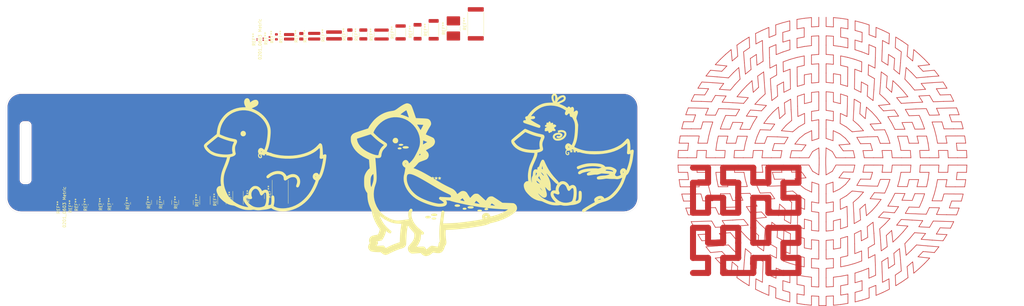
<source format=kicad_pcb>
(kicad_pcb (version 20240108) (generator "pcbnew") (generator_version "8.0")
  (layers (0 "F.Cu" signal) (31 "B.Cu" signal) (34 "B.Paste" user) (35 "F.Paste" user) (36 "B.SilkS" user "B.Silkscreen") (37 "F.SilkS" user "F.Silkscreen") (38 "B.Mask" user) (39 "F.Mask" user) (44 "Edge.Cuts" user))
  (net 0 "")
  (footprint "Resistor_SMD:R_2010_5025Metric" (layer "F.Cu") (at 116.66 112.64 90)
    (property "Reference" "REF**")
    (property "Value" "R_2010_5025Metric")
  )
  (footprint "Resistor_SMD:R_0603_1608Metric" (layer "F.Cu") (at 134.73 58.52 90)
    (property "Reference" "REF**")
    (property "Value" "R_0603_1608Metric")
  )
  (footprint "Resistor_SMD:R_0805_2012Metric" (layer "F.Cu") (at 78.08 114.14 90)
    (property "Reference" "REF**")
    (property "Value" "R_0805_2012Metric")
  )
  (footprint "Resistor_SMD:R_0612_1632Metric" (layer "F.Cu") (at 74.03 114.32 90)
    (property "Reference" "REF**")
    (property "Value" "R_0612_1632Metric")
  )
  (footprint "Resistor_SMD:R_01005_0402Metric" (layer "F.Cu") (at 63.38 115.22 90)
    (property "Reference" "REF**")
    (property "Value" "R_01005_0402Metric")
  )
  (footprint "Resistor_SMD:R_1020_2550Metric" (layer "F.Cu") (at 153.85 58.05 90)
    (property "Reference" "REF**")
    (property "Value" "R_1020_2550Metric")
  )
  (footprint "Resistor_SMD:R_1206_3216Metric" (layer "F.Cu") (at 159.12 57.72 90)
    (property "Reference" "REF**")
    (property "Value" "R_1206_3216Metric")
  )
  (footprint "Resistor_SMD:R_1218_3246Metric" (layer "F.Cu") (at 169.62 57.75 90)
    (property "Reference" "REF**")
    (property "Value" "R_1218_3246Metric")
  )
  (footprint "Resistor_SMD:R_0603_1608Metric" (layer "F.Cu") (at 69.81 114.34 90)
    (property "Reference" "REF**")
    (property "Value" "R_0603_1608Metric")
  )
  (footprint "Resistor_SMD:R_0201_0603Metric" (layer "F.Cu") (at 130.35 59.3 90)
    (property "Reference" "0201_0603 Metric")
    (property "Value" "R_0201_0603Metric")
  )
  (footprint "Resistor_SMD:R_01005_0402Metric" (layer "F.Cu") (at 128.3 59.4 90)
    (property "Reference" "REF**")
    (property "Value" "R_01005_0402Metric")
  )
  (footprint "Resistor_SMD:R_1812_4532Metric" (layer "F.Cu") (at 175.95 57.05 90)
    (property "Reference" "REF**")
    (property "Value" "R_1812_4532Metric")
  )
  (footprint "Resistor_SMD:R_4020_10251Metric" (layer "F.Cu") (at 135.98 110.02 90)
    (property "Reference" "REF**")
    (property "Value" "R_4020_10251Metric")
  )
  (footprint "Resistor_SMD:R_0815_2038Metric" (layer "F.Cu") (at 82.36 114.12 90)
    (property "Reference" "REF**")
    (property "Value" "R_0815_2038Metric")
  )
  (footprint "Resistor_SMD:R_2010_5025Metric" (layer "F.Cu") (at 181.58 56.82 90)
    (property "Reference" "REF**")
    (property "Value" "R_2010_5025Metric")
  )
  (footprint "Angelussss:Doodle_Duck" (layer "F.Cu") (at 233 97)
    (property "Reference" "G***")
    (property "Value" "LOGO" (hide yes))
  )
  (footprint "Resistor_SMD:R_4020_10251Metric" (layer "F.Cu") (at 200.9 54.2 90)
    (property "Reference" "REF**")
    (property "Value" "R_4020_10251Metric")
  )
  (footprint "Resistor_SMD:R_2512_6332Metric" (layer "F.Cu") (at 122 112 90)
    (property "Reference" "REF**")
    (property "Value" "R_2512_6332Metric")
  )
  (footprint "Angelussss:Basic_Duck" (layer "F.Cu") (at 131 98)
    (property "Reference" "G***")
    (property "Value" "LOGO" (hide yes))
  )
  (footprint "Resistor_SMD:R_0805_2012Metric" (layer "F.Cu") (at 143 58.32 90)
    (property "Reference" "REF**")
    (property "Value" "R_0805_2012Metric")
  )
  (footprint "Resistor_SMD:R_0201_0603Metric" (layer "F.Cu") (at 65.43 115.12 90)
    (property "Reference" "0201_0603 Metric")
    (property "Value" "R_0201_0603Metric")
  )
  (footprint "Resistor_SMD:R_0815_2038Metric" (layer "F.Cu") (at 147.28 58.3 90)
    (property "Reference" "REF**")
    (property "Value" "R_0815_2038Metric")
  )
  (footprint "Angelussss:Dino_Duck" (layer "F.Cu") (at 187 106)
    (property "Reference" "G***")
    (property "Value" "LOGO" (hide yes))
  )
  (footprint "Resistor_SMD:R_0612_1632Metric" (layer "F.Cu") (at 138.95 58.5 90)
    (property "Reference" "REF**")
    (property "Value" "R_0612_1632Metric")
  )
  (footprint "Resistor_SMD:R_1206_3216Metric" (layer "F.Cu") (at 94.2 113.54 90)
    (property "Reference" "REF**")
    (property "Value" "R_1206_3216Metric")
  )
  (footprint "Resistor_SMD:R_1210_3225Metric" (layer "F.Cu") (at 98.66 113.54 90)
    (property "Reference" "REF**")
    (property "Value" "R_1210_3225Metric")
  )
  (footprint "Resistor_SMD:R_0402_1005Metric" (layer "F.Cu") (at 67.55 114.89 90)
    (property "Reference" "REF**")
    (property "Value" "R_0402_1005Metric")
  )
  (footprint "Resistor_SMD:R_0402_1005Metric" (layer "F.Cu") (at 132.47 59.07 90)
    (property "Reference" "REF**")
    (property "Value" "R_0402_1005Metric")
  )
  (footprint "Resistor_SMD:R_1218_3246Metric" (layer "F.Cu") (at 104.7 113.57 90)
    (property "Reference" "REF**")
    (property "Value" "R_1218_3246Metric")
  )
  (footprint "Resistor_SMD:R_2816_7142Metric" (layer "F.Cu") (at 128.56 111.54 90)
    (property "Reference" "REF**")
    (property "Value" "R_2816_7142Metric")
  )
  (footprint "Resistor_SMD:R_2816_7142Metric" (layer "F.Cu") (at 193.48 55.72 90)
    (property "Reference" "REF**")
    (property "Value" "R_2816_7142Metric")
  )
  (footprint "Resistor_SMD:R_2512_6332Metric" (layer "F.Cu") (at 186.92 56.18 90)
    (property "Reference" "REF**")
    (property "Value" "R_2512_6332Metric")
  )
  (footprint "Resistor_SMD:R_1812_4532Metric" (layer "F.Cu") (at 111.03 112.87 90)
    (property "Reference" "REF**")
    (property "Value" "R_1812_4532Metric")
  )
  (footprint "Resistor_SMD:R_1020_2550Metric" (layer "F.Cu") (at 88.93 113.87 90)
    (property "Reference" "REF**")
    (property "Value" "R_1020_2550Metric")
  )
  (footprint "Resistor_SMD:R_1210_3225Metric" (layer "F.Cu") (at 163.58 57.72 90)
    (property "Reference" "REF**")
    (property "Value" "R_1210_3225Metric")
  )
  (gr_line (start 314.745996 51.980322) (end 314.746014 55.075133) (stroke (width 0.2)) (layer "F.Cu"))
  (gr_arc (start 45 82) (mid 46.464466 78.464466) (end 50 77) (stroke (width 0.05)) (layer "Edge.Cuts"))
  (gr_line (start 52 87) (end 51 87) (stroke (width 0.05)) (layer "Edge.Cuts"))
  (gr_arc (start 50 88) (mid 50.292893 87.292893) (end 51 87) (stroke (width 0.05)) (layer "Edge.Cuts"))
  (gr_line (start 45 112) (end 45 82) (stroke (width 0.05)) (layer "Edge.Cuts"))
  (gr_arc (start 52 87) (mid 52.707107 87.292893) (end 53 88) (stroke (width 0.05)) (layer "Edge.Cuts"))
  (gr_line (start 53 106) (end 53 88) (stroke (width 0.05)) (layer "Edge.Cuts"))
  (gr_line (start 255 82) (end 255 112) (stroke (width 0.05)) (layer "Edge.Cuts"))
  (gr_line (start 50 77) (end 250 77) (stroke (width 0.05)) (layer "Edge.Cuts"))
  (gr_arc (start 255 112) (mid 253.535534 115.535534) (end 250 117) (stroke (width 0.05)) (layer "Edge.Cuts"))
  (gr_arc (start 50 117) (mid 46.464466 115.535534) (end 45 112) (stroke (width 0.05)) (layer "Edge.Cuts"))
  (gr_line (start 250 117) (end 50 117) (stroke (width 0.05)) (layer "Edge.Cuts"))
  (gr_arc (start 53 106) (mid 52.707107 106.707107) (end 52 107) (stroke (width 0.05)) (layer "Edge.Cuts"))
  (gr_arc (start 51 107) (mid 50.292893 106.707107) (end 50 106) (stroke (width 0.05)) (layer "Edge.Cuts"))
  (gr_line (start 51 107) (end 52 107) (stroke (width 0.05)) (layer "Edge.Cuts"))
  (gr_arc (start 250 77) (mid 253.535534 78.464466) (end 255 82) (stroke (width 0.05)) (layer "Edge.Cuts"))
  (gr_line (start 50 88) (end 50 106) (stroke (width 0.05)) (layer "Edge.Cuts"))
  (segment (start 303 122) (end 308 122) (width 1) (layer "F.Cu") (net 0))
  (segment (start 324.346987 71.749275) (end 324.317699 74.984395) (width 0.2) (layer "F.Cu") (net 0))
  (segment (start 307.603857 124.851719) (end 309.940095 125.516435) (width 0.2) (layer "F.Cu") (net 0))
  (segment (start 291.027116 108.274978) (end 287.791996 108.304266) (width 0.2) (layer "F.Cu") (net 0))
  (segment (start 303.928915 87.886194) (end 302.339069 89.720973) (width 0.2) (layer "F.Cu") (net 0))
  (segment (start 289.790062 63.483772) (end 291.800956 62.120352) (width 0.2) (layer "F.Cu") (net 0))
  (segment (start 302.861148 63.532434) (end 305.171669 62.7817) (width 0.2) (layer "F.Cu") (net 0))
  (segment (start 303.164601 76.944519) (end 303.052516 73.513785) (width 0.2) (layer "F.Cu") (net 0))
  (segment (start 337.458375 71.569226) (end 337.149926 75.29582) (width 0.2) (layer "F.Cu") (net 0))
  (segment (start 292.990857 76.948136) (end 294.77163 75.29582) (width 0.2) (layer "F.Cu") (net 0))
  (segment (start 314.746149 132.379715) (end 312.323682 132.198177) (width 0.2) (layer "F.Cu") (net 0))
  (segment (start 337.655633 85.056736) (end 341.20891 84.873436) (width 0.2) (layer "F.Cu") (net 0))
  (segment (start 337.886752 64.370638) (end 337.697596 67.933301) (width 0.2) (layer "F.Cu") (net 0))
  (segment (start 353.097135 110.707166) (end 353.701309 108.354065) (width 0.2) (layer "F.Cu") (net 0))
  (segment (start 340.583015 121.107205) (end 344.309609 121.415654) (width 0.2) (layer "F.Cu") (net 0))
  (segment (start 323.59993 101.127979) (end 320.443277 101.119139) (width 0.2) (layer "F.Cu") (net 0))
  (segment (start 335.473667 129.667849) (end 335.250655 126.054913) (width 0.2) (layer "F.Cu") (net 0))
  (segment (start 283.831073 115.198272) (end 282.863216 112.970042) (width 0.2) (layer "F.Cu") (net 0))
  (segment (start 277.765018 93.868443) (end 274.63613 93.864888) (width 0.2) (layer "F.Cu") (net 0))
  (segment (start 283 117) (end 288 117) (width 2) (layer "F.Cu") (net 0))
  (segment (start 295.888092 98.703884) (end 298.988507 98.704177) (width 0.2) (layer "F.Cu") (net 0))
  (segment (start 324.317699 74.984395) (end 321.981461 74.319679) (width 0.2) (layer "F.Cu") (net 0))
  (segment (start 317.1707 107.557209) (end 319.47211 106.809435) (width 0.2) (layer "F.Cu") (net 0))
  (segment (start 296.029233 59.729788) (end 296.138797 63.155896) (width 0.2) (layer "F.Cu") (net 0))
  (segment (start 332.367865 83.51097) (end 333.992992 85.315858) (width 0.2) (layer "F.Cu") (net 0))
  (segment (start 314.746066 61.265265) (end 314.746102 64.360674) (width 0.2) (layer "F.Cu") (net 0))
  (segment (start 337.622761 91.602801) (end 338.373275 93.912647) (width 0.2) (layer "F.Cu") (net 0))
  (segment (start 355.011036 121.99612) (end 358.464511 122.120192) (width 0.2) (layer "F.Cu") (net 0))
  (segment (start 301.026522 91.763336) (end 297.623043 91.664912) (width 0.2) (layer "F.Cu") (net 0))
  (segment (start 300.680563 132.047762) (end 300.781849 128.637992) (width 0.2) (layer "F.Cu") (net 0))
  (segment (start 278 137) (end 273 137) (width 1) (layer "F.Cu") (net 0))
  (segment (start 295.939918 56.344358) (end 293.758643 57.414324) (width 0.2) (layer "F.Cu") (net 0))
  (segment (start 351.542648 67.771009) (end 349.868757 66.010078) (width 0.2) (layer "F.Cu") (net 0))
  (segment (start 273.077363 86.750818) (end 269.857842 86.726339) (width 0.2) (layer "F.Cu") (net 0))
  (segment (start 296.447889 129.667849) (end 294.463181 128.266888) (width 0.2) (layer "F.Cu") (net 0))
  (segment (start 317.174149 113.786955) (end 317.173143 110.678097) (width 0.2) (layer "F.Cu") (net 0))
  (segment (start 336.191857 83.118383) (end 334.555476 81.323359) (width 0.2) (layer "F.Cu") (net 0))
  (segment (start 342.36505 112.826319) (end 345.73473 112.908299) (width 0.2) (layer "F.Cu") (net 0))
  (segment (start 273 102) (end 278 102) (width 2) (layer "F.Cu") (net 0))
  (segment (start 290.803245 74.760524) (end 292.578704 73.102361) (width 0.2) (layer "F.Cu") (net 0))
  (segment (start 283 127) (end 278 127) (width 1) (layer "F.Cu") (net 0))
  (segment (start 344.343132 61.266483) (end 342.349033 59.87855) (width 0.2) (layer "F.Cu") (net 0))
  (segment (start 301.741303 85.698582) (end 303.558947 84.08829) (width 0.2) (layer "F.Cu") (net 0))
  (segment (start 275.772509 79.986512) (end 279.198617 80.096076) (width 0.2) (layer "F.Cu") (net 0))
  (segment (start 317.175519 58.170101) (end 319.600892 58.311363) (width 0.2) (layer "F.Cu") (net 0))
  (segment (start 286.186826 86.927815) (end 285.299318 89.189149) (width 0.2) (layer "F.Cu") (net 0))
  (segment (start 346.264373 137.082479) (end 348.107826 135.499927) (width 0.2) (layer "F.Cu") (net 0))
  (segment (start 308 122) (end 308 127) (width 2) (layer "F.Cu") (net 0))
  (segment (start 273 112) (end 273 117) (width 2) (layer "F.Cu") (net 0))
  (segment (start 291.338541 78.728909) (end 287.611947 78.42046) (width 0.2) (layer "F.Cu") (net 0))
  (segment (start 317.175407 67.456399) (end 319.597874 67.637937) (width 0.2) (layer "F.Cu") (net 0))
  (segment (start 335.740759 103.542873) (end 336.033464 101.13223) (width 0.2) (layer "F.Cu") (net 0))
  (segment (start 341.534947 128.926258) (end 341.8653 132.679667) (width 0.2) (layer "F.Cu") (net 0))
  (segment (start 305.740292 103.494359) (end 309.0694 103.429389) (width 0.2) (layer "F.Cu") (net 0))
  (segment (start 292.578704 126.733753) (end 290.803245 125.07559) (width 0.2) (layer "F.Cu") (net 0))
  (segment (start 303 112) (end 308 112) (width 1) (layer "F.Cu") (net 0))
  (segment (start 293.548281 105.923467) (end 296.761939 105.900657) (width 0.2) (layer "F.Cu") (net 0))
  (segment (start 310.07714 87.300554) (end 310.014427 83.975272) (width 0.2) (layer "F.Cu") (net 0))
  (segment (start 278 122) (end 273 122) (width 2) (layer "F.Cu") (net 0))
  (segment (start 278.163073 75.758235) (end 276.91052 77.839994) (width 0.2) (layer "F.Cu") (net 0))
  (segment (start 337.149926 124.540294) (end 337.458375 128.266888) (width 0.2) (layer "F.Cu") (net 0))
  (segment (start 351.021579 105.963149) (end 350.527313 108.341691) (width 0.2) (layer "F.Cu") (net 0))
  (segment (start 298 107) (end 298 102) (width 2) (layer "F.Cu") (net 0))
  (segment (start 349.05834 112.970042) (end 348.090483 115.198272) (width 0.2) (layer "F.Cu") (net 0))
  (segment (start 282.049675 89.155157) (end 282.863216 86.866072) (width 0.2) (layer "F.Cu") (net 0))
  (segment (start 307.645522 121.58004) (end 307.707633 118.255792) (width 0.2) (layer "F.Cu") (net 0))
  (segment (start 305.740292 96.341755) (end 305.200738 98.705692) (width 0.2) (layer "F.Cu") (net 0))
  (segment (start 338.878234 96.288289) (end 339.132103 98.7037) (width 0.2) (layer "F.Cu") (net 0))
  (segment (start 312.325375 70.753135) (end 309.929371 71.152958) (width 0.2) (layer "F.Cu") (net 0))
  (segment (start 314.746037 58.170101) (end 314.746066 61.265265) (width 0.2) (layer "F.Cu") (net 0))
  (segment (start 307.507239 143.973717) (end 307.500899 147.119038) (width 0.2) (layer "F.Cu") (net 0))
  (segment (start 287.195679 93.88665) (end 287.791996 91.531848) (width 0.2) (layer "F.Cu") (net 0))
  (segment (start 298 132) (end 293 132) (width 1) (layer "F.Cu") (net 0))
  (segment (start 298.234213 141.126459) (end 300.491189 142.02572) (width 0.2) (layer "F.Cu") (net 0))
  (segment (start 358.464511 122.120192) (end 359.534477 119.938917) (width 0.2) (layer "F.Cu") (net 0))
  (segment (start 314.750856 92.278905) (end 312.449446 93.026679) (width 0.2) (layer "F.Cu") (net 0))
  (segment (start 310.07714 112.53556) (end 307.975519 111.322189) (width 0.2) (layer "F.Cu") (net 0))
  (segment (start 348.722388 125.822579) (end 352.395063 126.088773) (width 0.2) (layer "F.Cu") (net 0))
  (segment (start 286.004237 66.526904) (end 285.657183 62.753635) (width 0.2) (layer "F.Cu") (net 0))
  (segment (start 314.746014 144.760981) (end 314.745996 147.855792) (width 0.2) (layer "F.Cu") (net 0))
  (segment (start 309.978178 80.719218) (end 312.335962 80.138076) (width 0.2) (layer "F.Cu") (net 0))
  (segment (start 288 117) (end 288 112) (width 1) (layer "F.Cu") (net 0))
  (segment (start 291.027116 91.561136) (end 290.3624 93.897374) (width 0.2) (layer "F.Cu") (net 0))
  (segment (start 317.175519 141.666013) (end 317.17549 138.570849) (width 0.2) (layer "F.Cu") (net 0))
  (segment (start 298 107) (end 298 102) (width 1) (layer "F.Cu") (net 0))
  (segment (start 309.904762 55.469343) (end 309.907609 58.593409) (width 0.2) (layer "F.Cu") (net 0))
  (segment (start 346.622238 89.189149) (end 345.73473 86.927815) (width 0.2) (layer "F.Cu") (net 0))
  (segment (start 294.77163 75.29582) (end 294.463181 71.569226) (width 0.2) (layer "F.Cu") (net 0))
  (segment (start 312.319548 147.732737) (end 312.320049 144.629449) (width 0.2) (layer "F.Cu") (net 0))
  (segment (start 326.723678 133.82916) (end 329.012763 133.015619) (width 0.2) (layer "F.Cu") (net 0))
  (segment (start 357.285426 105.971226) (end 356.863551 108.3638) (width 0.2) (layer "F.Cu") (net 0))
  (segment (start 303 137) (end 298 137) (width 2) (layer "F.Cu") (net 0))
  (segment (start 344.725877 105.949464) (end 344.12956 108.304266) (width 0.2) (layer "F.Cu") (net 0))
  (segment (start 333.39798 130.930102) (end 333.517441 134.374949) (width 0.2) (layer "F.Cu") (net 0))
  (segment (start 321.943378 119.116896) (end 319.585594 119.698038) (width 0.2) (layer "F.Cu") (net 0))
  (segment (start 309.921556 131.836114) (end 307.553204 131.295553) (width 0.2) (layer "F.Cu") (net 0))
  (segment (start 290.712646 84.873436) (end 294.265923 85.056736) (width 0.2) (layer "F.Cu") (net 0))
  (segment (start 331.430367 142.02572) (end 333.687343 141.126459) (width 0.2) (layer "F.Cu") (net 0))
  (segment (start 277.460531 96.278713) (end 277.307986 98.703345) (width 0.2) (layer "F.Cu") (net 0))
  (segment (start 290.712646 114.962678) (end 292.041256 116.996267) (width 0.2) (layer "F.Cu") (net 0))
  (segment (start 301.358579 81.885843) (end 301.741303 85.698582) (width 0.2) (layer "F.Cu") (net 0))
  (segment (start 288.615633 127.263202) (end 288.195164 131.118025) (width 0.2) (layer "F.Cu") (net 0))
  (segment (start 312.33101 122.835513) (end 312.335962 119.698038) (width 0.2) (layer "F.Cu") (net 0))
  (segment (start 348.422436 101.132686) (end 348.240898 103.555153) (width 0.2) (layer "F.Cu") (net 0))
  (segment (start 299.161104 120.149136) (end 301.099457 121.612912) (width 0.2) (layer "F.Cu") (net 0))
  (segment (start 322.852156 96.406725) (end 321.429807 94.449028) (width 0.2) (layer "F.Cu") (net 0))
  (segment (start 305.763694 113.539766) (end 305.557438 117.127283) (width 0.2) (layer "F.Cu") (net 0))
  (segment (start 338.373275 93.912647) (end 335.159617 93.935457) (width 0.2) (layer "F.Cu") (net 0))
  (segment (start 355.60649 113.055215) (end 352.346401 113.017687) (width 0.2) (layer "F.Cu") (net 0))
  (segment (start 345.493534 129.450813) (end 343.726392 131.118025) (width 0.2) (layer "F.Cu") (net 0))
  (segment (start 305.557438 117.127283) (end 305.42678 120.592192) (width 0.2) (layer "F.Cu") (net 0))
  (segment (start 357.285438 124.244475) (end 353.758483 124.077879) (width 0.2) (layer "F.Cu") (net 0))
  (segment (start 287.611947 78.42046) (end 289.145082 76.535983) (width 0.2) (layer "F.Cu") (net 0))
  (segment (start 335.892323 59.729788) (end 338.038841 60.867799) (width 0.2) (layer "F.Cu") (net 0))
  (segment (start 279.575155 86.818427) (end 278.824421 89.128948) (width 0.2) (layer "F.Cu") (net 0))
  (segment (start 343.466084 82.635328) (end 344.680713 84.739128) (width 0.2) (layer "F.Cu") (net 0))
  (segment (start 325.129213 94.157148) (end 323.617418 92.261417) (width 0.2) (layer "F.Cu") (net 0))
  (segment (start 312.322412 64.526459) (end 312.323682 67.637937) (width 0.2) (layer "F.Cu") (net 0))
  (segment (start 312.320664 58.311363) (end 314.746037 58.170101) (width 0.2) (layer "F.Cu") (net 0))
  (segment (start 300.916157 74.669925) (end 301.099457 78.223202) (width 0.2) (layer "F.Cu") (net 0))
  (segment (start 288 127) (end 288 122) (width 2) (layer "F.Cu") (net 0))
  (segment (start 312.343847 83.291293) (end 312.357532 86.470559) (width 0.2) (layer "F.Cu") (net 0))
  (segment (start 338.934316 112.714234) (end 340.016998 110.539917) (width 0.2) (layer "F.Cu") (net 0))
  (segment (start 326.157862 86.296348) (end 326.364118 82.708831) (width 0.2) (layer "F.Cu") (net 0))
  (segment (start 271.905118 108.371596) (end 275.058005 108.3638) (width 0.2) (layer "F.Cu") (net 0))
  (segment (start 300.491189 142.02572) (end 300.450916 145.293671) (width 0.2) (layer "F.Cu") (net 0))
  (segment (start 273 102) (end 278 102) (width 1) (layer "F.Cu") (net 0))
  (segment (start 284.24041 131.638425) (end 280.378908 132.065105) (width 0.2) (layer "F.Cu") (net 0))
  (segment (start 344.680713 115.096986) (end 343.466084 117.200786) (width 0.2) (layer "F.Cu") (net 0))
  (segment (start 351.45207 115.27651) (end 354.775558 115.338182) (width 0.2) (layer "F.Cu") (net 0))
  (segment (start 303.052516 126.322329) (end 303.164601 122.891595) (width 0.2) (layer "F.Cu") (net 0))
  (segment (start 303.343275 105.801695) (end 300.017993 105.864408) (width 0.2) (layer "F.Cu") (net 0))
  (segment (start 293 132) (end 293 137) (width 2) (layer "F.Cu") (net 0))
  (segment (start 340.1206 62.120352) (end 342.131494 63.483772) (width 0.2) (layer "F.Cu") (net 0))
  (segment (start 307.806057 84.983801) (end 307.707633 81.580322) (width 0.2) (layer "F.Cu") (net 0))
  (segment (start 336.191857 116.717731) (end 339.8803 116.996267) (width 0.2) (layer "F.Cu") (net 0))
  (segment (start 310.199869 90.749622) (end 308.304138 92.261417) (width 0.2) (layer "F.Cu") (net 0))
  (segment (start 298.523576 130.930102) (end 300.680563 132.047762) (width 0.2) (layer "F.Cu") (net 0))
  (segment (start 350.41767 82.361394) (end 346.972823 82.480855) (width 0.2) (layer "F.Cu") (net 0))
  (segment (start 337.149926 75.29582) (end 338.930699 76.948136) (width 0.2) (layer "F.Cu") (net 0))
  (segment (start 338.038841 60.867799) (end 338.162913 57.414324) (width 0.2) (layer "F.Cu") (net 0))
  (segment (start 300.680563 67.788352) (end 298.523576 68.906012) (width 0.2) (layer "F.Cu") (net 0))
  (segment (start 293 107) (end 298 107) (width 2) (layer "F.Cu") (net 0))
  (segment (start 292.041256 82.839847) (end 290.712646 84.873436) (width 0.2) (layer "F.Cu") (net 0))
  (segment (start 341.20891 84.873436) (end 339.8803 82.839847) (width 0.2) (layer "F.Cu") (net 0))
  (segment (start 326.157862 113.539766) (end 327.992641 111.94992) (width 0.2) (layer "F.Cu") (net 0))
  (segment (start 301.358579 117.950271) (end 299.553691 116.325144) (width 0.2) (layer "F.Cu") (net 0))
  (segment (start 317.173143 110.678097) (end 317.1707 107.557209) (width 0.2) (layer "F.Cu") (net 0))
  (segment (start 290.803245 125.07559) (end 289.145082 123.300131) (width 0.2) (layer "F.Cu") (net 0))
  (segment (start 339.342852 73.102361) (end 341.118311 74.760524) (width 0.2) (layer "F.Cu") (net 0))
  (segment (start 317.16186 95.435558) (end 319.242195 96.63664) (width 0.2) (layer "F.Cu") (net 0))
  (segment (start 290.386609 128.926258) (end 292.258514 130.474832) (width 0.2) (layer "F.Cu") (net 0))
  (segment (start 342.36505 87.009795) (end 343.340822 89.234331) (width 0.2) (layer "F.Cu") (net 0))
  (segment (start 339.663042 69.361282) (end 339.916556 65.70566) (width 0.2) (layer "F.Cu") (net 0))
  (segment (start 308 137) (end 303 137) (width 1) (layer "F.Cu") (net 0))
  (segment (start 342.229593 101.132537) (end 339.132103 101.132414) (width 0.2) (layer "F.Cu") (net 0))
  (segment (start 331.790545 112.319888) (end 335.420556 112.555384) (width 0.2) (layer "F.Cu") (net 0))
  (segment (start 312.327698 125.962756) (end 314.746298 126.186872) (width 0.2) (layer "F.Cu") (net 0))
  (segment (start 299.334014 103.534988) (end 302.51328 103.521303) (width 0.2) (layer "F.Cu") (net 0))
  (segment (start 302.82362 139.563769) (end 305.151039 140.260552) (width 0.2) (layer "F.Cu") (net 0))
  (segment (start 328.95102 70.144105) (end 329.012763 66.820495) (width 0.2) (layer "F.Cu") (net 0))
  (segment (start 329.060408 63.532434) (end 331.319231 64.426765) (width 0.2) (layer "F.Cu") (net 0))
  (segment (start 314.746605 119.990743) (end 314.746421 123.089382) (width 0.2) (layer "F.Cu") (net 0))
  (segment (start 359.534477 79.897197) (end 358.464511 77.715922) (width 0.2) (layer "F.Cu") (net 0))
  (segment (start 331.240993 67.788352) (end 331.139707 71.198122) (width 0.2) (layer "F.Cu") (net 0))
  (segment (start 328.362609 84.08829) (end 330.180253 85.698582) (width 0.2) (layer "F.Cu") (net 0))
  (segment (start 324.420657 52.717076) (end 322.019108 52.349172) (width 0.2) (layer "F.Cu") (net 0))
  (segment (start 323.946037 111.322189) (end 321.844416 112.53556) (width 0.2) (layer "F.Cu") (net 0))
  (segment (start 349.871881 110.680957) (end 349.05834 112.970042) (width 0.2) (layer "F.Cu") (net 0))
  (segment (start 348.422436 98.703428) (end 351.518161 98.703381) (width 0.2) (layer "F.Cu") (net 0))
  (segment (start 338.878234 103.547825) (end 335.740759 103.542873) (width 0.2) (layer "F.Cu") (net 0))
  (segment (start 300.916157 125.166189) (end 303.052516 126.322329) (width 0.2) (layer "F.Cu") (net 0))
  (segment (start 363.775458 96.276827) (end 360.67217 96.277328) (width 0.2) (layer "F.Cu") (net 0))
  (segment (start 326.582638 123.974277) (end 328.756955 122.891595) (width 0.2) (layer "F.Cu") (net 0))
  (segment (start 285.404003 123.620321) (end 286.952577 125.492226) (width 0.2) (layer "F.Cu") (net 0))
  (segment (start 354.61357 98.703345) (end 354.461025 96.278713) (width 0.2) (layer "F.Cu") (net 0))
  (segment (start 291.904558 89.296197) (end 288.580734 89.234331) (width 0.2) (layer "F.Cu") (net 0))
  (segment (start 314.759696 95.435558) (end 314.866973 98.824252) (width 0.2) (layer "F.Cu") (net 0))
  (segment (start 286.59526 101.132623) (end 286.795856 103.55346) (width 0.2) (layer "F.Cu") (net 0))
  (segment (start 272.387079 119.938917) (end 273.457045 122.120192) (width 0.2) (layer "F.Cu") (net 0))
  (segment (start 325.129213 105.678966) (end 321.429807 105.387086) (width 0.2) (layer "F.Cu") (net 0))
  (segment (start 294.463181 128.266888) (end 294.77163 124.540294) (width 0.2) (layer "F.Cu") (net 0))
  (segment (start 278 127) (end 278 122) (width 2) (layer "F.Cu") (net 0))
  (segment (start 273.853115 84.448468) (end 273.077363 86.750818) (width 0.2) (layer "F.Cu") (net 0))
  (segment (start 357.567472 103.558171) (end 354.461025 103.557401) (width 0.2) (layer "F.Cu") (net 0))
  (segment (start 317.175258 73.649242) (end 317.175344 70.552539) (width 0.2) (layer "F.Cu") (net 0))
  (segment (start 326.749887 137.054414) (end 326.770517 140.260552) (width 0.2) (layer "F.Cu") (net 0))
  (segment (start 274.636118 124.244475) (end 275.921271 126.306312) (width 0.2) (layer "F.Cu") (net 0))
  (segment (start 333.517441 65.461165) (end 333.39798 68.906012) (width 0.2) (layer "F.Cu") (net 0))
  (segment (start 348.107826 135.499927) (end 349.868757 133.826036) (width 0.2) (layer "F.Cu") (net 0))
  (segment (start 297.928564 85.315858) (end 299.553691 83.51097) (width 0.2) (layer "F.Cu") (net 0))
  (segment (start 342.005477 96.284977) (end 341.559156 93.897374) (width 0.2) (layer "F.Cu") (net 0))
  (segment (start 330.895034 91.763336) (end 327.36491 91.932798) (width 0.2) (layer "F.Cu") (net 0))
  (segment (start 309.955368 77.50556) (end 309.978178 80.719218) (width 0.2) (layer "F.Cu") (net 0))
  (segment (start 345.71057 80.405168) (end 349.247286 80.232472) (width 0.2) (layer "F.Cu") (net 0))
  (segment (start 312.357532 86.470559) (end 314.747407 86.049159) (width 0.2) (layer "F.Cu") (net 0))
  (segment (start 348.090483 84.637842) (end 349.05834 86.866072) (width 0.2) (layer "F.Cu") (net 0))
  (segment (start 324.346987 128.086839) (end 324.368352 131.295553) (width 0.2) (layer "F.Cu") (net 0))
  (segment (start 283.49912 98.703428) (end 283.680658 96.280961) (width 0.2) (layer "F.Cu") (net 0))
  (segment (start 296.138797 63.155896) (end 296.275193 66.631549) (width 0.2) (layer "F.Cu") (net 0))
  (segment (start 345.1257 103.55346) (end 345.326296 101.132623) (width 0.2) (layer "F.Cu") (net 0))
  (segment (start 312.323682 132.198177) (end 312.322412 135.309655) (width 0.2) (layer "F.Cu") (net 0))
  (segment (start 284.583282 108.325631) (end 281.394243 108.341691) (width 0.2) (layer "F.Cu") (net 0))
  (segment (start 278 127) (end 278 122) (width 1) (layer "F.Cu") (net 0))
  (segment (start 317.174658 116.890328) (end 319.577709 116.544821) (width 0.2) (layer "F.Cu") (net 0))
  (segment (start 328.86904 73.513785) (end 328.756955 76.944519) (width 0.2) (layer "F.Cu") (net 0))
  (segment (start 293 117) (end 293 122) (width 1) (layer "F.Cu") (net 0))
  (segment (start 314.746212 70.552539) (end 314.746298 73.649242) (width 0.2) (layer "F.Cu") (net 0))
  (segment (start 347.160746 72.152443) (end 350.924775 71.81321) (width 0.2) (layer "F.Cu") (net 0))
  (segment (start 353.813289 82.267142) (end 354.775558 84.497932) (width 0.2) (layer "F.Cu") (net 0))
  (segment (start 293.548281 93.912647) (end 294.298795 91.602801) (width 0.2) (layer "F.Cu") (net 0))
  (segment (start 309.911164 138.113817) (end 307.52477 137.658588) (width 0.2) (layer "F.Cu") (net 0))
  (segment (start 300.017993 105.864408) (end 299.334014 103.534988) (width 0.2) (layer "F.Cu") (net 0))
  (segment (start 348.090483 115.198272) (end 344.680713 115.096986) (width 0.2) (layer "F.Cu") (net 0))
  (segment (start 349.868757 66.010078) (end 348.107826 64.336187) (width 0.2) (layer "F.Cu") (net 0))
  (segment (start 287.855931 134.882054) (end 287.578424 138.569631) (width 0.2) (layer "F.Cu") (net 0))
  (segment (start 309.902448 52.349172) (end 307.500899 52.717076) (width 0.2) (layer "F.Cu") (net 0))
  (segment (start 288.615633 72.572912) (end 286.952577 74.343888) (width 0.2) (layer "F.Cu") (net 0))
  (segment (start 349.247286 80.232472) (end 347.945534 78.181239) (width 0.2) (layer "F.Cu") (net 0))
  (segment (start 317.175542 55.075133) (end 317.17556 51.980322) (width 0.2) (layer "F.Cu") (net 0))
  (segment (start 332.367865 116.325144) (end 330.562977 117.950271) (width 0.2) (layer "F.Cu") (net 0))
  (segment (start 342.097634 119.207934) (end 340.583015 121.107205) (width 0.2) (layer "F.Cu") (net 0))
  (segment (start 314.746149 67.456399) (end 314.746212 70.552539) (width 0.2) (layer "F.Cu") (net 0))
  (segment (start 269.857842 113.109775) (end 273.077363 113.085296) (width 0.2) (layer "F.Cu") (net 0))
  (segment (start 326.770517 59.575562) (end 326.749887 62.7817) (width 0.2) (layer "F.Cu") (net 0))
  (segment (start 347.338274 91.510483) (end 350.527313 91.494423) (width 0.2) (layer "F.Cu") (net 0))
  (segment (start 273 117) (end 278 117) (width 2) (layer "F.Cu") (net 0))
  (segment (start 270.585164 115.427919) (end 271.428965 117.706249) (width 0.2) (layer "F.Cu") (net 0))
  (segment (start 344.343132 138.569631) (end 344.065625 134.882054) (width 0.2) (layer "F.Cu") (net 0))
  (segment (start 333.74897 55.386244) (end 333.687343 58.709655) (width 0.2) (layer "F.Cu") (net 0))
  (segment (start 288 107) (end 283 107) (width 1) (layer "F.Cu") (net 0))
  (segment (start 347.338274 108.325631) (end 347.878835 105.957279) (width 0.2) (layer "F.Cu") (net 0))
  (segment (start 344.065625 134.882054) (end 345.917319 133.30921) (width 0.2) (layer "F.Cu") (net 0))
  (segment (start 280.469486 84.559604) (end 277.145998 84.497932) (width 0.2) (layer "F.Cu") (net 0))
  (segment (start 278 117) (end 278 112) (width 2) (layer "F.Cu") (net 0))
  (segment (start 309.940095 74.319679) (end 307.603857 74.984395) (width 0.2) (layer "F.Cu") (net 0))
  (segment (start 328.756955 122.891595) (end 328.86904 126.322329) (width 0.2) (layer "F.Cu") (net 0))
  (segment (start 301.099457 121.612912) (end 300.916157 125.166189) (width 0.2) (layer "F.Cu") (net 0))
  (segment (start 298.988507 101.131937) (end 295.888092 101.13223) (width 0.2) (layer "F.Cu") (net 0))
  (segment (start 282.67427 80.232472) (end 286.210986 80.405168) (width 0.2) (layer "F.Cu") (net 0))
  (segment (start 307.500899 147.119038) (end 309.902448 147.486942) (width 0.2) (layer "F.Cu") (net 0))
  (segment (start 284.042721 105.957279) (end 284.583282 108.325631) (width 0.2) (layer "F.Cu") (net 0))
  (segment (start 297.928564 114.520256) (end 296.501 112.555384) (width 0.2) (layer "F.Cu") (net 0))
  (segment (start 278 107) (end 273 107) (width 2) (layer "F.Cu") (net 0))
  (segment (start 306.116526 90.073805) (end 307.975519 88.513925) (width 0.2) (layer "F.Cu") (net 0))
  (segment (start 292.005 65.70566) (end 292.258514 69.361282) (width 0.2) (layer "F.Cu") (net 0))
  (segment (start 293 137) (end 288 137) (width 1) (layer "F.Cu") (net 0))
  (segment (start 337.458375 128.266888) (end 335.473667 129.667849) (width 0.2) (layer "F.Cu") (net 0))
  (segment (start 349.05834 86.866072) (end 349.871881 89.155157) (width 0.2) (layer "F.Cu") (net 0))
  (segment (start 319.597874 67.637937) (end 319.599144 64.526459) (width 0.2) (layer "F.Cu") (net 0))
  (segment (start 283 132) (end 288 132) (width 1) (layer "F.Cu") (net 0))
  (segment (start 281.503886 82.361394) (end 280.469486 84.559604) (width 0.2) (layer "F.Cu") (net 0))
  (segment (start 314.745996 147.855792) (end 317.17556 147.855792) (width 0.2) (layer "F.Cu") (net 0))
  (segment (start 269.248865 110.757768) (end 269.857842 113.109775) (width 0.2) (layer "F.Cu") (net 0))
  (segment (start 287.611947 121.415654) (end 291.338541 121.107205) (width 0.2) (layer "F.Cu") (net 0))
  (segment (start 326.800489 146.62997) (end 329.152496 146.020993) (width 0.2) (layer "F.Cu") (net 0))
  (segment (start 286.952577 125.492226) (end 288.615633 127.263202) (width 0.2) (layer "F.Cu") (net 0))
  (segment (start 296.761939 105.900657) (end 297.623043 108.171202) (width 0.2) (layer "F.Cu") (net 0))
  (segment (start 345.493534 70.385301) (end 347.160746 72.152443) (width 0.2) (layer "F.Cu") (net 0))
  (segment (start 335.420556 87.28073) (end 331.790545 87.516226) (width 0.2) (layer "F.Cu") (net 0))
  (segment (start 312.33101 77.000601) (end 314.746421 76.746732) (width 0.2) (layer "F.Cu") (net 0))
  (segment (start 298.172586 144.44987) (end 298.234213 141.126459) (width 0.2) (layer "F.Cu") (net 0))
  (segment (start 333.170004 89.514717) (end 336.634913 89.384059) (width 0.2) (layer "F.Cu") (net 0))
  (segment (start 300.131011 87.516226) (end 296.501 87.28073) (width 0.2) (layer "F.Cu") (net 0))
  (segment (start 337.886752 135.465476) (end 339.916556 134.130454) (width 0.2) (layer "F.Cu") (net 0))
  (segment (start 280.56918 103.556423) (end 283.680658 103.555153) (width 0.2) (layer "F.Cu") (net 0))
  (segment (start 326.689686 130.579517) (end 326.644504 127.298101) (width 0.2) (layer "F.Cu") (net 0))
  (segment (start 292.258514 130.474832) (end 292.005 134.130454) (width 0.2) (layer "F.Cu") (net 0))
  (segment (start 302.76906 53.815121) (end 300.450916 54.542443) (width 0.2) (layer "F.Cu") (net 0))
  (segment (start 349.247286 119.603642) (end 345.71057 119.430946) (width 0.2) (layer "F.Cu") (net 0))
  (segment (start 307.975519 111.322189) (end 306.116526 109.762309) (width 0.2) (layer "F.Cu") (net 0))
  (segment (start 314.746898 116.890328) (end 314.746605 119.990743) (width 0.2) (layer "F.Cu") (net 0))
  (segment (start 314.746212 129.283575) (end 314.746149 132.379715) (width 0.2) (layer "F.Cu") (net 0))
  (segment (start 343.466084 117.200786) (end 346.972823 117.355259) (width 0.2) (layer "F.Cu") (net 0))
  (segment (start 295.939918 143.491756) (end 298.172586 144.44987) (width 0.2) (layer "F.Cu") (net 0))
  (segment (start 290.3624 93.897374) (end 289.916079 96.284977) (width 0.2) (layer "F.Cu") (net 0))
  (segment (start 283 102) (end 288 102) (width 2) (layer "F.Cu") (net 0))
  (segment (start 272.427395 110.744323) (end 269.248865 110.757768) (width 0.2) (layer "F.Cu") (net 0))
  (segment (start 356.149047 119.849602) (end 352.722939 119.740038) (width 0.2) (layer "F.Cu") (net 0))
  (segment (start 326.689686 69.256597) (end 328.95102 70.144105) (width 0.2) (layer "F.Cu") (net 0))
  (segment (start 348.240898 103.555153) (end 351.352376 103.556423) (width 0.2) (layer "F.Cu") (net 0))
  (segment (start 329.097936 60.272345) (end 326.770517 59.575562) (width 0.2) (layer "F.Cu") (net 0))
  (segment (start 324.384412 134.484592) (end 326.723678 133.82916) (width 0.2) (layer "F.Cu") (net 0))
  (segment (start 289.556506 112.826319) (end 288.580734 110.601783) (width 0.2) (layer "F.Cu") (net 0))
  (segment (start 296.670901 126.054913) (end 296.447889 129.667849) (width 0.2) (layer "F.Cu") (net 0))
  (segment (start 303.558947 115.747824) (end 301.741303 114.137532) (width 0.2) (layer "F.Cu") (net 0))
  (segment (start 303 117) (end 298 117) (width 2) (layer "F.Cu") (net 0))
  (segment (start 346.972823 82.480855) (end 343.466084 82.635328) (width 0.2) (layer "F.Cu") (net 0))
  (segment (start 288 102) (end 293 102) (width 2) (layer "F.Cu") (net 0))
  (segment (start 286.210986 119.430946) (end 282.67427 119.603642) (width 0.2) (layer "F.Cu") (net 0))
  (segment (start 321.966188 122.330554) (end 321.943378 119.116896) (width 0.2) (layer "F.Cu") (net 0))
  (segment (start 334.298513 91.664912) (end 330.895034 91.763336) (width 0.2) (layer "F.Cu") (net 0))
  (segment (start 289.556506 87.009795) (end 286.186826 86.927815) (width 0.2) (layer "F.Cu") (net 0))
  (segment (start 339.132103 98.7037) (end 342.229593 98.703577) (width 0.2) (layer "F.Cu") (net 0))
  (segment (start 321.721687 109.086492) (end 323.617418 107.574697) (width 0.2) (layer "F.Cu") (net 0))
  (segment (start 331.903563 105.864408) (end 328.578281 105.801695) (width 0.2) (layer "F.Cu") (net 0))
  (segment (start 282.052799 133.826036) (end 283.81373 135.499927) (width 0.2) (layer "F.Cu") (net 0))
  (segment (start 278 107) (end 273 107) (width 1) (layer "F.Cu") (net 0))
  (segment (start 358.068441 84.448468) (end 361.336392 84.408195) (width 0.2) (layer "F.Cu") (net 0))
  (segment (start 319.585594 119.698038) (end 319.590546 122.835513) (width 0.2) (layer "F.Cu") (net 0))
  (segment (start 288 102) (end 293 102) (width 1) (layer "F.Cu") (net 0))
  (segment (start 278 112) (end 283 112) (width 1) (layer "F.Cu") (net 0))
  (segment (start 319.597874 132.198177) (end 317.175407 132.379715) (width 0.2) (layer "F.Cu") (net 0))
  (segment (start 332.760452 120.149136) (end 333.038988 123.837579) (width 0.2) (layer "F.Cu") (net 0))
  (segment (start 346.622238 110.646965) (end 349.871881 110.680957) (width 0.2) (layer "F.Cu") (net 0))
  (segment (start 317.175135 123.089382) (end 317.174951 119.990743) (width 0.2) (layer "F.Cu") (net 0))
  (segment (start 342.131494 136.352342) (end 340.1206 137.715762) (width 0.2) (layer "F.Cu") (net 0))
  (segment (start 289.916079 103.551137) (end 290.3624 105.93874) (width 0.2) (layer "F.Cu") (net 0))
  (segment (start 309.902448 147.486942) (end 312.319548 147.732737) (width 0.2) (layer "F.Cu") (net 0))
  (segment (start 328.86904 126.322329) (end 331.005399 125.166189) (width 0.2) (layer "F.Cu") (net 0))
  (segment (start 292.578704 73.102361) (end 292.990857 76.948136) (width 0.2) (layer "F.Cu") (net 0))
  (segment (start 280.403395 98.703381) (end 283.49912 98.703428) (width 0.2) (layer "F.Cu") (net 0))
  (segment (start 300.017993 93.971706) (end 303.343275 94.034419) (width 0.2) (layer "F.Cu") (net 0))
  (segment (start 307.52477 62.177526) (end 309.911164 61.722297) (width 0.2) (layer "F.Cu") (net 0))
  (segment (start 279.198617 80.096076) (end 280.413359 77.992083) (width 0.2) (layer "F.Cu") (net 0))
  (segment (start 312.449446 93.026679) (end 312.384476 89.697571) (width 0.2) (layer "F.Cu") (net 0))
  (segment (start 314.746066 138.570849) (end 314.746037 141.666013) (width 0.2) (layer "F.Cu") (net 0))
  (segment (start 326.800489 53.206144) (end 326.787044 56.384674) (width 0.2) (layer "F.Cu") (net 0))
  (segment (start 286.004237 133.30921) (end 287.855931 134.882054) (width 0.2) (layer "F.Cu") (net 0))
  (segment (start 329.408276 96.314811) (end 329.829676 98.704686) (width 0.2) (layer "F.Cu") (net 0))
  (segment (start 337.655633 114.779378) (end 338.934316 112.714234) (width 0.2) (layer "F.Cu") (net 0))
  (segment (start 350.924775 71.81321) (end 354.612352 71.535703) (width 0.2) (layer "F.Cu") (net 0))
  (segment (start 281.748381 123.873835) (end 285.404003 123.620321) (width 0.2) (layer "F.Cu") (net 0))
  (segment (start 298 112) (end 293 112) (width 1) (layer "F.Cu") (net 0))
  (segment (start 293.882715 138.968315) (end 293.758643 142.42179) (width 0.2) (layer "F.Cu") (net 0))
  (segment (start 322.852156 103.429389) (end 326.181264 103.494359) (width 0.2) (layer "F.Cu") (net 0))
  (segment (start 278.824421 110.707166) (end 279.575155 113.017687) (width 0.2) (layer "F.Cu") (net 0))
  (segment (start 334.955916 122.345574) (end 336.743088 120.700367) (width 0.2) (layer "F.Cu") (net 0))
  (segment (start 350.173175 123.873835) (end 348.722388 125.822579) (width 0.2) (layer "F.Cu") (net 0))
  (segment (start 344.680713 84.739128) (end 348.090483 84.637842) (width 0.2) (layer "F.Cu") (net 0))
  (segment (start 296.501 112.555384) (end 300.131011 112.319888) (width 0.2) (layer "F.Cu") (net 0))
  (segment (start 286.428022 129.450813) (end 284.76081 127.683671) (width 0.2) (layer "F.Cu") (net 0))
  (segment (start 305.23187 69.256597) (end 305.277052 72.538013) (width 0.2) (layer "F.Cu") (net 0))
  (segment (start 300.540653 138.732837) (end 298.309863 137.770568) (width 0.2) (layer "F.Cu") (net 0))
  (segment (start 330.180253 114.137532) (end 328.362609 115.747824) (width 0.2) (layer "F.Cu") (net 0))
  (segment (start 291.800956 137.715762) (end 289.790062 136.352342) (width 0.2) (layer "F.Cu") (net 0))
  (segment (start 293 112) (end 293 117) (width 1) (layer "F.Cu") (net 0))
  (segment (start 306.792343 94.157148) (end 310.491749 94.449028) (width 0.2) (layer "F.Cu") (net 0))
  (segment (start 286.952577 74.343888) (end 285.404003 76.215793) (width 0.2) (layer "F.Cu") (net 0))
  (segment (start 344.309609 78.42046) (end 340.583015 78.728909) (width 0.2) (layer "F.Cu") (net 0))
  (segment (start 321.981461 74.319679) (end 321.992185 71.152958) (width 0.2) (layer "F.Cu") (net 0))
  (segment (start 322 68) (end 324.368352 68.540561) (width 0.2) (layer "F.Cu") (net 0))
  (segment (start 344.968979 74.343888) (end 343.305923 72.572912) (width 0.2) (layer "F.Cu") (net 0))
  (segment (start 363.161759 108.377936) (end 363.529663 105.976387) (width 0.2) (layer "F.Cu") (net 0))
  (segment (start 358.844193 86.750818) (end 358.068441 84.448468) (width 0.2) (layer "F.Cu") (net 0))
  (segment (start 268.146098 103.559287) (end 271.249386 103.558786) (width 0.2) (layer "F.Cu") (net 0))
  (segment (start 339.916556 134.130454) (end 339.663042 130.474832) (width 0.2) (layer "F.Cu") (net 0))
  (segment (start 319.590546 122.835513) (end 317.175135 123.089382) (width 0.2) (layer "F.Cu") (net 0))
  (segment (start 335.159617 105.900657) (end 338.373275 105.923467) (width 0.2) (layer "F.Cu") (net 0))
  (segment (start 333.611693 137.770568) (end 331.380903 138.732837) (width 0.2) (layer "F.Cu") (net 0))
  (segment (start 342.005477 103.551137) (end 345.1257 103.55346) (width 0.2) (layer "F.Cu") (net 0))
  (segment (start 340.89444 108.274978) (end 341.559156 105.93874) (width 0.2) (layer "F.Cu") (net 0))
  (segment (start 354.461025 96.278713) (end 357.567472 96.277943) (width 0.2) (layer "F.Cu") (net 0))
  (segment (start 305.23187 130.579517) (end 302.970536 129.692009) (width 0.2) (layer "F.Cu") (net 0))
  (segment (start 353.097135 89.128948) (end 352.346401 86.818427) (width 0.2) (layer "F.Cu") (net 0))
  (segment (start 296.96564 77.49054) (end 295.178468 79.135747) (width 0.2) (layer "F.Cu") (net 0))
  (segment (start 312.320049 55.206665) (end 312.319548 52.103377) (width 0.2) (layer "F.Cu") (net 0))
  (segment (start 308.321626 101.127979) (end 305.200738 101.130422) (width 0.2) (layer "F.Cu") (net 0))
  (segment (start 276.315066 86.780899) (end 279.575155 86.818427) (width 0.2) (layer "F.Cu") (net 0))
  (segment (start 268.759797 91.458178) (end 268.391893 93.859727) (width 0.2) (layer "F.Cu") (net 0))
  (segment (start 324.115499 84.983801) (end 321.907129 83.975272) (width 0.2) (layer "F.Cu") (net 0))
  (segment (start 292.258514 69.361282) (end 290.386609 70.909856) (width 0.2) (layer "F.Cu") (net 0))
  (segment (start 312.320664 141.524751) (end 312.321434 138.418304) (width 0.2) (layer "F.Cu") (net 0))
  (segment (start 307.507239 55.862397) (end 309.904762 55.469343) (width 0.2) (layer "F.Cu") (net 0))
  (segment (start 326.644504 72.538013) (end 326.689686 69.256597) (width 0.2) (layer "F.Cu") (net 0))
  (segment (start 305.42678 120.592192) (end 303.323451 119.377835) (width 0.2) (layer "F.Cu") (net 0))
  (segment (start 324.276034 121.58004) (end 321.966188 122.330554) (width 0.2) (layer "F.Cu") (net 0))
  (segment (start 341.20891 114.962678) (end 337.655633 114.779378) (width 0.2) (layer "F.Cu") (net 0))
  (segment (start 346.517553 123.620321) (end 350.173175 123.873835) (width 0.2) (layer "F.Cu") (net 0))
  (segment (start 329.152496 53.815121) (end 326.800489 53.206144) (width 0.2) (layer "F.Cu") (net 0))
  (segment (start 272.427395 89.091791) (end 275.618283 89.108318) (width 0.2) (layer "F.Cu") (net 0))
  (segment (start 296.029233 140.106326) (end 293.882715 138.968315) (width 0.2) (layer "F.Cu") (net 0))
  (segment (start 273 127) (end 273 132) (width 1) (layer "F.Cu") (net 0))
  (segment (start 322.016794 144.366771) (end 322.013947 141.242705) (width 0.2) (layer "F.Cu") (net 0))
  (segment (start 328.598105 80.458279) (end 328.362609 84.08829) (width 0.2) (layer "F.Cu") (net 0))
  (segment (start 283.976022 121.654875) (end 280.413359 121.844031) (width 0.2) (layer "F.Cu") (net 0))
  (segment (start 312.384476 89.697571) (end 310.199869 90.749622) (width 0.2) (layer "F.Cu") (net 0))
  (segment (start 298.309863 137.770568) (end 298.404115 134.374949) (width 0.2) (layer "F.Cu") (net 0))
  (segment (start 319.242195 103.199474) (end 317.16186 104.400556) (width 0.2) (layer "F.Cu") (net 0))
  (segment (start 305.197878 133.82916) (end 307.537144 134.484592) (width 0.2) (layer "F.Cu") (net 0))
  (segment (start 303.928915 111.94992) (end 305.763694 113.539766) (width 0.2) (layer "F.Cu") (net 0))
  (segment (start 335.473667 70.168265) (end 337.458375 71.569226) (width 0.2) (layer "F.Cu") (net 0))
  (segment (start 275.058005 108.3638) (end 274.63613 105.971226) (width 0.2) (layer "F.Cu") (net 0))
  (segment (start 294.034804 135.465476) (end 294.22396 131.902813) (width 0.2) (layer "F.Cu") (net 0))
  (segment (start 335.250655 73.781201) (end 335.473667 70.168265) (width 0.2) (layer "F.Cu") (net 0))
  (segment (start 273.457045 122.120192) (end 276.91052 121.99612) (width 0.2) (layer "F.Cu") (net 0))
  (segment (start 282.863216 112.970042) (end 282.049675 110.680957) (width 0.2) (layer "F.Cu") (net 0))
  (segment (start 357.285438 75.591639) (end 356.000285 73.529802) (width 0.2) (layer "F.Cu") (net 0))
  (segment (start 324.368352 68.540561) (end 324.346987 71.749275) (width 0.2) (layer "F.Cu") (net 0))
  (segment (start 339.132103 101.132414) (end 338.878234 103.547825) (width 0.2) (layer "F.Cu") (net 0))
  (segment (start 326.787044 143.45144) (end 326.800489 146.62997) (width 0.2) (layer "F.Cu") (net 0))
  (segment (start 296.761939 93.935457) (end 293.548281 93.912647) (width 0.2) (layer "F.Cu") (net 0))
  (segment (start 323.59993 98.708135) (end 326.720818 98.705692) (width 0.2) (layer "F.Cu") (net 0))
  (segment (start 288 122) (end 283 122) (width 2) (layer "F.Cu") (net 0))
  (segment (start 278 102) (end 278 107) (width 1) (layer "F.Cu") (net 0))
  (segment (start 294.463181 71.569226) (end 296.447889 70.168265) (width 0.2) (layer "F.Cu") (net 0))
  (segment (start 331.380903 138.732837) (end 331.319231 135.409349) (width 0.2) (layer "F.Cu") (net 0))
  (segment (start 278.108267 117.568972) (end 277.145998 115.338182) (width 0.2) (layer "F.Cu") (net 0))
  (segment (start 281.394243 91.494423) (end 284.583282 91.510483) (width 0.2) (layer "F.Cu") (net 0))
  (segment (start 345.73473 86.927815) (end 342.36505 87.009795) (width 0.2) (layer "F.Cu") (net 0))
  (segment (start 326.364118 117.127283) (end 326.157862 113.539766) (width 0.2) (layer "F.Cu") (net 0))
  (segment (start 319.601507 55.206665) (end 317.175542 55.075133) (width 0.2) (layer "F.Cu") (net 0))
  (segment (start 333.243507 127.423363) (end 331.139707 128.637992) (width 0.2) (layer "F.Cu") (net 0))
  (segment (start 326.181264 96.341755) (end 322.852156 96.406725) (width 0.2) (layer "F.Cu") (net 0))
  (segment (start 351.542648 132.065105) (end 347.681146 131.638425) (width 0.2) (layer "F.Cu") (net 0))
  (segment (start 345.1257 96.282654) (end 342.005477 96.284977) (width 0.2) (layer "F.Cu") (net 0))
  (segment (start 327.36491 91.932798) (end 328.578281 94.034419) (width 0.2) (layer "F.Cu") (net 0))
  (segment (start 293.043322 103.547825) (end 292.789453 101.132414) (width 0.2) (layer "F.Cu") (net 0))
  (segment (start 308.304138 107.574697) (end 310.199869 109.086492) (width 0.2) (layer "F.Cu") (net 0))
  (segment (start 326.582638 75.861837) (end 326.644504 72.538013) (width 0.2) (layer "F.Cu") (net 0))
  (segment (start 289.572523 139.957564) (end 291.63436 141.242717) (width 0.2) (layer "F.Cu") (net 0))
  (segment (start 338.373275 105.923467) (end 337.622761 108.233313) (width 0.2) (layer "F.Cu") (net 0))
  (segment (start 314.750856 107.557209) (end 314.748413 110.678097) (width 0.2) (layer "F.Cu") (net 0))
  (segment (start 284.583282 91.510483) (end 284.042721 93.878835) (width 0.2) (layer "F.Cu") (net 0))
  (segment (start 353.813289 117.568972) (end 357.16918 117.644622) (width 0.2) (layer "F.Cu") (net 0))
  (segment (start 354.775558 115.338182) (end 353.813289 117.568972) (width 0.2) (layer "F.Cu") (net 0))
  (segment (start 287.855931 64.95406) (end 286.004237 66.526904) (width 0.2) (layer "F.Cu") (net 0))
  (segment (start 335.981638 143.491756) (end 338.162913 142.42179) (width 0.2) (layer "F.Cu") (net 0))
  (segment (start 292.98724 87.12188) (end 291.904558 89.296197) (width 0.2) (layer "F.Cu") (net 0))
  (segment (start 283.49912 101.132686) (end 280.403395 101.132733) (width 0.2) (layer "F.Cu") (net 0))
  (segment (start 343.340822 89.234331) (end 340.016998 89.296197) (width 0.2) (layer "F.Cu") (net 0))
  (segment (start 309.915686 134.978858) (end 309.921556 131.836114) (width 0.2) (layer "F.Cu") (net 0))
  (segment (start 339.663042 130.474832) (end 341.534947 128.926258) (width 0.2) (layer "F.Cu") (net 0))
  (segment (start 278.220247 91.482049) (end 277.765018 93.868443) (width 0.2) (layer "F.Cu") (net 0))
  (segment (start 333.038988 75.998535) (end 332.760452 79.686978) (width 0.2) (layer "F.Cu") (net 0))
  (segment (start 339.342852 126.733753) (end 338.930699 122.887978) (width 0.2) (layer "F.Cu") (net 0))
  (segment (start 298.678049 72.412751) (end 300.781849 71.198122) (width 0.2) (layer "F.Cu") (net 0))
  (segment (start 303 112) (end 308 112) (width 2) (layer "F.Cu") (net 0))
  (segment (start 324.396786 137.658588) (end 322.010392 138.113817) (width 0.2) (layer "F.Cu") (net 0))
  (segment (start 306.792343 105.678966) (end 308.304138 107.574697) (width 0.2) (layer "F.Cu") (net 0))
  (segment (start 345.326296 101.132623) (end 342.229593 101.132537) (width 0.2) (layer "F.Cu") (net 0))
  (segment (start 330.180253 85.698582) (end 330.562977 81.885843) (width 0.2) (layer "F.Cu") (net 0))
  (segment (start 321.844416 87.300554) (end 323.946037 88.513925) (width 0.2) (layer "F.Cu") (net 0))
  (segment (start 290.056256 67.156447) (end 289.790062 63.483772) (width 0.2) (layer "F.Cu") (net 0))
  (segment (start 295.729699 116.717731) (end 297.36608 118.512755) (width 0.2) (layer "F.Cu") (net 0))
  (segment (start 307.707633 81.580322) (end 307.645522 78.256074) (width 0.2) (layer "F.Cu") (net 0))
  (segment (start 317.175258 126.186872) (end 319.593858 125.962756) (width 0.2) (layer "F.Cu") (net 0))
  (segment (start 319.577709 116.544821) (end 319.564024 113.365555) (width 0.2) (layer "F.Cu") (net 0))
  (segment (start 332.587542 103.534988) (end 331.903563 105.864408) (width 0.2) (layer "F.Cu") (net 0))
  (segment (start 322.00587 64.857256) (end 322 68) (width 0.2) (layer "F.Cu") (net 0))
  (segment (start 308 132) (end 308 137) (width 2) (layer "F.Cu") (net 0))
  (segment (start 347.945534 78.181239) (end 351.508197 77.992083) (width 0.2) (layer "F.Cu") (net 0))
  (segment (start 317.175344 70.552539) (end 317.175407 67.456399) (width 0.2) (layer "F.Cu") (net 0))
  (segment (start 302.09188 101.131428) (end 298.988507 101.131937) (width 0.2) (layer "F.Cu") (net 0))
  (segment (start 324.317699 124.851719) (end 324.346987 128.086839) (width 0.2) (layer "F.Cu") (net 0))
  (segment (start 288 112) (end 288 107) (width 1) (layer "F.Cu") (net 0))
  (segment (start 341.559156 93.897374) (end 340.89444 91.561136) (width 0.2) (layer "F.Cu") (net 0))
  (segment (start 314.746421 123.089382) (end 312.33101 122.835513) (width 0.2) (layer "F.Cu") (net 0))
  (segment (start 299.161104 79.686978) (end 298.882568 75.998535) (width 0.2) (layer "F.Cu") (net 0))
  (segment (start 307.52477 137.658588) (end 307.515035 140.82083) (width 0.2) (layer "F.Cu") (net 0))
  (segment (start 344.12956 108.304266) (end 340.89444 108.274978) (width 0.2) (layer "F.Cu") (net 0))
  (segment (start 314.759696 104.400556) (end 312.679361 103.199474) (width 0.2) (layer "F.Cu") (net 0))
  (segment (start 321.429807 94.449028) (end 325.129213 94.157148) (width 0.2) (layer "F.Cu") (net 0))
  (segment (start 297.623043 108.171202) (end 301.026522 108.072778) (width 0.2) (layer "F.Cu") (net 0))
  (segment (start 356.000285 126.306312) (end 357.285438 124.244475) (width 0.2) (layer "F.Cu") (net 0))
  (segment (start 341.8653 67.156447) (end 341.534947 70.909856) (width 0.2) (layer "F.Cu") (net 0))
  (segment (start 312.319548 52.103377) (end 309.902448 52.349172) (width 0.2) (layer "F.Cu") (net 0))
  (segment (start 274.63613 105.971226) (end 277.765018 105.967671) (width 0.2) (layer "F.Cu") (net 0))
  (segment (start 296.275193 66.631549) (end 294.22396 67.933301) (width 0.2) (layer "F.Cu") (net 0))
  (segment (start 273 107) (end 273 112) (width 2) (layer "F.Cu") (net 0))
  (segment (start 292.789453 101.132414) (end 289.691963 101.132537) (width 0.2) (layer "F.Cu") (net 0))
  (segment (start 294.22396 67.933301) (end 294.034804 64.370638) (width 0.2) (layer "F.Cu") (net 0))
  (segment (start 302.861148 136.30368) (end 300.602325 135.409349) (width 0.2) (layer "F.Cu") (net 0))
  (segment (start 345.73473 112.908299) (end 346.622238 110.646965) (width 0.2) (layer "F.Cu") (net 0))
  (segment (start 305.151039 140.260552) (end 305.171669 137.054414) (width 0.2) (layer "F.Cu") (net 0))
  (segment (start 278 112) (end 283 112) (width 2) (layer "F.Cu") (net 0))
  (segment (start 280.413359 77.992083) (end 283.976022 78.181239) (width 0.2) (layer "F.Cu") (net 0))
  (segment (start 307.603857 74.984395) (end 307.574569 71.749275) (width 0.2) (layer "F.Cu") (net 0))
  (segment (start 319.564024 86.470559) (end 319.577709 83.291293) (width 0.2) (layer "F.Cu") (net 0))
  (segment (start 283 107) (end 283 102) (width 2) (layer "F.Cu") (net 0))
  (segment (start 287.791996 91.531848) (end 291.027116 91.561136) (width 0.2) (layer "F.Cu") (net 0))
  (segment (start 307.500899 52.717076) (end 307.507239 55.862397) (width 0.2) (layer "F.Cu") (net 0))
  (segment (start 321.943378 80.719218) (end 321.966188 77.50556) (width 0.2) (layer "F.Cu") (net 0))
  (segment (start 289.916079 96.284977) (end 286.795856 96.282654) (width 0.2) (layer "F.Cu") (net 0))
  (segment (start 289.572523 59.87855) (end 287.578424 61.266483) (width 0.2) (layer "F.Cu") (net 0))
  (segment (start 276.91052 77.839994) (end 273.457045 77.715922) (width 0.2) (layer "F.Cu") (net 0))
  (segment (start 317.175344 129.283575) (end 317.175258 126.186872) (width 0.2) (layer "F.Cu") (net 0))
  (segment (start 279.526493 73.747341) (end 275.921271 73.529802) (width 0.2) (layer "F.Cu") (net 0))
  (segment (start 280.899977 105.963149) (end 280.56918 103.556423) (width 0.2) (layer "F.Cu") (net 0))
  (segment (start 329.829676 98.704686) (end 332.933049 98.704177) (width 0.2) (layer "F.Cu") (net 0))
  (segment (start 326.494776 79.243922) (end 328.598105 80.458279) (width 0.2) (layer "F.Cu") (net 0))
  (segment (start 293.533261 80.922919) (end 297.36608 81.323359) (width 0.2) (layer "F.Cu") (net 0))
  (segment (start 312.327698 73.873358) (end 312.325375 70.753135) (width 0.2) (layer "F.Cu") (net 0))
  (segment (start 324.115499 114.852313) (end 324.213923 118.255792) (width 0.2) (layer "F.Cu") (net 0))
  (segment (start 354.612352 71.535703) (end 353.1252 69.614462) (width 0.2) (layer "F.Cu") (net 0))
  (segment (start 350.527313 108.341691) (end 347.338274 108.325631) (width 0.2) (layer "F.Cu") (net 0))
  (segment (start 330.895034 108.072778) (end 334.298513 108.171202) (width 0.2) (layer "F.Cu") (net 0))
  (segment (start 319.593858 125.962756) (end 319.596181 129.082979) (width 0.2) (layer "F.Cu") (net 0))
  (segment (start 336.634913 110.452055) (end 333.170004 110.321397) (width 0.2) (layer "F.Cu") (net 0))
  (segment (start 329.128017 57.034642) (end 329.097936 60.272345) (width 0.2) (layer "F.Cu") (net 0))
  (segment (start 271.512064 93.862041) (end 271.249386 96.277328) (width 0.2) (layer "F.Cu") (net 0))
  (segment (start 314.866973 98.824252) (end 314.866973 101.011862) (width 0.2) (layer "F.Cu") (net 0))
  (segment (start 326.723678 66.006954) (end 324.384412 65.351522) (width 0.2) (layer "F.Cu") (net 0))
  (segment (start 312.335962 80.138076) (end 312.33101 77.000601) (width 0.2) (layer "F.Cu") (net 0))
  (segment (start 312.321434 61.41781) (end 312.320664 58.311363) (width 0.2) (layer "F.Cu") (net 0))
  (segment (start 280.403395 101.132733) (end 277.307986 101.132769) (width 0.2) (layer "F.Cu") (net 0))
  (segment (start 290.386609 70.909856) (end 290.056256 67.156447) (width 0.2) (layer "F.Cu") (net 0))
  (segment (start 291.904558 110.539917) (end 292.98724 112.714234) (width 0.2) (layer "F.Cu") (net 0))
  (segment (start 319.600122 61.41781) (end 322.010392 61.722297) (width 0.2) (layer "F.Cu") (net 0))
  (segment (start 288.455472 82.635328) (end 284.948733 82.480855) (width 0.2) (layer "F.Cu") (net 0))
  (segment (start 302.793539 142.801472) (end 302.82362 139.563769) (width 0.2) (layer "F.Cu") (net 0))
  (segment (start 351.45207 84.559604) (end 350.41767 82.361394) (width 0.2) (layer "F.Cu") (net 0))
  (segment (start 359.534477 119.938917) (end 356.149047 119.849602) (width 0.2) (layer "F.Cu") (net 0))
  (segment (start 309.921556 68) (end 309.915686 64.857256) (width 0.2) (layer "F.Cu") (net 0))
  (segment (start 277.307986 98.703345) (end 280.403395 98.703381) (width 0.2) (layer "F.Cu") (net 0))
  (segment (start 298.882568 123.837579) (end 299.161104 120.149136) (width 0.2) (layer "F.Cu") (net 0))
  (segment (start 345.71057 119.430946) (end 342.097634 119.207934) (width 0.2) (layer "F.Cu") (net 0))
  (segment (start 283 102) (end 288 102) (width 1) (layer "F.Cu") (net 0))
  (segment (start 312.449446 106.809435) (end 314.750856 107.557209) (width 0.2) (layer "F.Cu") (net 0))
  (segment (start 350.41767 117.47472) (end 351.45207 115.27651) (width 0.2) (layer "F.Cu") (net 0))
  (segment (start 319.564024 113.365555) (end 317.174149 113.786955) (width 0.2) (layer "F.Cu") (net 0))
  (segment (start 307.537144 65.351522) (end 305.197878 66.006954) (width 0.2) (layer "F.Cu") (net 0))
  (segment (start 295.286643 110.452055) (end 294.298795 108.233313) (width 0.2) (layer "F.Cu") (net 0))
  (segment (start 291.800956 62.120352) (end 291.63436 58.593397) (width 0.2) (layer "F.Cu") (net 0))
  (segment (start 305.171669 62.7817) (end 305.151039 59.575562) (width 0.2) (layer "F.Cu") (net 0))
  (segment (start 363.898513 98.703275) (end 363.775458 96.276827) (width 0.2) (layer "F.Cu") (net 0))
  (segment (start 326.787044 56.384674) (end 329.128017 57.034642) (width 0.2) (layer "F.Cu") (net 0))
  (segment (start 303.323451 119.377835) (end 303.558947 115.747824) (width 0.2) (layer "F.Cu") (net 0))
  (segment (start 351.508197 121.844031) (end 347.945534 121.654875) (width 0.2) (layer "F.Cu") (net 0))
  (segment (start 290.3624 105.93874) (end 291.027116 108.274978) (width 0.2) (layer "F.Cu") (net 0))
  (segment (start 285.657183 137.082479) (end 286.004237 133.30921) (width 0.2) (layer "F.Cu") (net 0))
  (segment (start 271.428965 82.129865) (end 270.585164 84.408195) (width 0.2) (layer "F.Cu") (net 0))
  (segment (start 336.033464 101.13223) (end 332.933049 101.131937) (width 0.2) (layer "F.Cu") (net 0))
  (segment (start 338.930699 122.887978) (end 337.149926 124.540294) (width 0.2) (layer "F.Cu") (net 0))
  (segment (start 277.309204 128.300411) (end 278.796356 130.221652) (width 0.2) (layer "F.Cu") (net 0))
  (segment (start 309.915686 64.857256) (end 307.537144 65.351522) (width 0.2) (layer "F.Cu") (net 0))
  (segment (start 269.248865 89.078346) (end 272.427395 89.091791) (width 0.2) (layer "F.Cu") (net 0))
  (segment (start 319.47211 106.809435) (end 319.53708 110.138543) (width 0.2) (layer "F.Cu") (net 0))
  (segment (start 282.052799 66.010078) (end 280.378908 67.771009) (width 0.2) (layer "F.Cu") (net 0))
  (segment (start 296.180797 103.542873) (end 293.043322 103.547825) (width 0.2) (layer "F.Cu") (net 0))
  (segment (start 297.36608 81.323359) (end 295.729699 83.118383) (width 0.2) (layer "F.Cu") (net 0))
  (segment (start 333.038988 123.837579) (end 333.243507 127.423363) (width 0.2) (layer "F.Cu") (net 0))
  (segment (start 341.118311 125.07559) (end 339.342852 126.733753) (width 0.2) (layer "F.Cu") (net 0))
  (segment (start 319.242195 96.63664) (end 320.443277 98.716975) (width 0.2) (layer "F.Cu") (net 0))
  (segment (start 298.988507 98.704177) (end 302.09188 98.704686) (width 0.2) (layer "F.Cu") (net 0))
  (segment (start 303 102) (end 308 102) (width 1) (layer "F.Cu") (net 0))
  (segment (start 298 122) (end 303 122) (width 2) (layer "F.Cu") (net 0))
  (segment (start 333.39798 68.906012) (end 331.240993 67.788352) (width 0.2) (layer "F.Cu") (net 0))
  (segment (start 335.740759 96.293241) (end 338.878234 96.288289) (width 0.2) (layer "F.Cu") (net 0))
  (segment (start 338.162913 57.414324) (end 335.981638 56.344358) (width 0.2) (layer "F.Cu") (net 0))
  (segment (start 285.404003 76.215793) (end 281.748381 75.962279) (width 0.2) (layer "F.Cu") (net 0))
  (segment (start 280.56918 96.279691) (end 280.899977 93.872965) (width 0.2) (layer "F.Cu") (net 0))
  (segment (start 308 137) (end 303 137) (width 2) (layer "F.Cu") (net 0))
  (segment (start 322.013947 58.593409) (end 322.016794 55.469343) (width 0.2) (layer "F.Cu") (net 0))
  (segment (start 309.978178 119.116896) (end 309.955368 122.330554) (width 0.2) (layer "F.Cu") (net 0))
  (segment (start 344.309609 121.415654) (end 342.776474 123.300131) (width 0.2) (layer "F.Cu") (net 0))
  (segment (start 305.200738 98.705692) (end 308.321626 98.708135) (width 0.2) (layer "F.Cu") (net 0))
  (segment (start 283 122) (end 283 127) (width 1) (layer "F.Cu") (net 0))
  (segment (start 288.580734 110.601783) (end 291.904558 110.539917) (width 0.2) (layer "F.Cu") (net 0))
  (segment (start 317.17549 61.265265) (end 317.175519 58.170101) (width 0.2) (layer "F.Cu") (net 0))
  (segment (start 321.992185 128.683156) (end 321.981461 125.516435) (width 0.2) (layer "F.Cu") (net 0))
  (segment (start 278 137) (end 273 137) (width 2) (layer "F.Cu") (net 0))
  (segment (start 302.970536 129.692009) (end 302.908793 133.015619) (width 0.2) (layer "F.Cu") (net 0))
  (segment (start 303 127) (end 303 132) (width 1) (layer "F.Cu") (net 0))
  (segment (start 295.888092 101.13223) (end 296.180797 103.542873) (width 0.2) (layer "F.Cu") (net 0))
  (segment (start 309.907609 141.242705) (end 309.904762 144.366771) (width 0.2) (layer "F.Cu") (net 0))
  (segment (start 317.175407 132.379715) (end 317.175344 129.283575) (width 0.2) (layer "F.Cu") (net 0))
  (segment (start 298 137) (end 298 132) (width 2) (layer "F.Cu") (net 0))
  (segment (start 275.618283 89.108318) (end 276.315066 86.780899) (width 0.2) (layer "F.Cu") (net 0))
  (segment (start 278 122) (end 273 122) (width 1) (layer "F.Cu") (net 0))
  (segment (start 287.240843 115.096986) (end 283.831073 115.198272) (width 0.2) (layer "F.Cu") (net 0))
  (segment (start 274.752376 82.191492) (end 271.428965 82.129865) (width 0.2) (layer "F.Cu") (net 0))
  (segment (start 327.992641 87.886194) (end 326.157862 86.296348) (width 0.2) (layer "F.Cu") (net 0))
  (segment (start 283.199168 74.013535) (end 279.526493 73.747341) (width 0.2) (layer "F.Cu") (net 0))
  (segment (start 312.325375 129.082979) (end 312.327698 125.962756) (width 0.2) (layer "F.Cu") (net 0))
  (segment (start 356.863551 108.3638) (end 360.016438 108.371596) (width 0.2) (layer "F.Cu") (net 0))
  (segment (start 350.173175 75.962279) (end 346.517553 76.215793) (width 0.2) (layer "F.Cu") (net 0))
  (segment (start 275.772509 119.849602) (end 272.387079 119.938917) (width 0.2) (layer "F.Cu") (net 0))
  (segment (start 310.014427 115.860842) (end 310.07714 112.53556) (width 0.2) (layer "F.Cu") (net 0))
  (segment (start 319.585594 80.138076) (end 321.943378 80.719218) (width 0.2) (layer "F.Cu") (net 0))
  (segment (start 312.679361 96.63664) (end 314.759696 95.435558) (width 0.2) (layer "F.Cu") (net 0))
  (segment (start 314.746898 82.945786) (end 312.343847 83.291293) (width 0.2) (layer "F.Cu") (net 0))
  (segment (start 346.972823 117.355259) (end 350.41767 117.47472) (width 0.2) (layer "F.Cu") (net 0))
  (segment (start 287.578424 61.266483) (end 287.855931 64.95406) (width 0.2) (layer "F.Cu") (net 0))
  (segment (start 336.033464 98.703884) (end 335.740759 96.293241) (width 0.2) (layer "F.Cu") (net 0))
  (segment (start 331.430367 57.810394) (end 331.47064 54.542443) (width 0.2) (layer "F.Cu") (net 0))
  (segment (start 284.948733 117.355259) (end 288.455472 117.200786) (width 0.2) (layer "F.Cu") (net 0))
  (segment (start 293 122) (end 293 127) (width 2) (layer "F.Cu") (net 0))
  (segment (start 296.275193 133.204565) (end 296.138797 136.680218) (width 0.2) (layer "F.Cu") (net 0))
  (segment (start 273.077363 113.085296) (end 273.853115 115.387646) (width 0.2) (layer "F.Cu") (net 0))
  (segment (start 286.186826 112.908299) (end 289.556506 112.826319) (width 0.2) (layer "F.Cu") (net 0))
  (segment (start 341.559156 105.93874) (end 342.005477 103.551137) (width 0.2) (layer "F.Cu") (net 0))
  (segment (start 293.043322 96.288289) (end 296.180797 96.293241) (width 0.2) (layer "F.Cu") (net 0))
  (segment (start 335.420556 112.555384) (end 333.992992 114.520256) (width 0.2) (layer "F.Cu") (net 0))
  (segment (start 338.930699 76.948136) (end 339.342852 73.102361) (width 0.2) (layer "F.Cu") (net 0))
  (segment (start 360.409492 93.862041) (end 363.529663 93.859727) (width 0.2) (layer "F.Cu") (net 0))
  (segment (start 293 107) (end 298 107) (width 1) (layer "F.Cu") (net 0))
  (segment (start 273 117) (end 278 117) (width 1) (layer "F.Cu") (net 0))
  (segment (start 305.763694 86.296348) (end 303.928915 87.886194) (width 0.2) (layer "F.Cu") (net 0))
  (segment (start 351.352376 96.279691) (end 348.240898 96.280961) (width 0.2) (layer "F.Cu") (net 0))
  (segment (start 317.175454 135.47544) (end 319.599144 135.309655) (width 0.2) (layer "F.Cu") (net 0))
  (segment (start 283.976022 78.181239) (end 282.67427 80.232472) (width 0.2) (layer "F.Cu") (net 0))
  (segment (start 288 132) (end 288 127) (width 2) (layer "F.Cu") (net 0))
  (segment (start 289.691963 101.132537) (end 286.59526 101.132623) (width 0.2) (layer "F.Cu") (net 0))
  (segment (start 288 107) (end 283 107) (width 2) (layer "F.Cu") (net 0))
  (segment (start 286.795856 103.55346) (end 289.916079 103.551137) (width 0.2) (layer "F.Cu") (net 0))
  (segment (start 282.67427 119.603642) (end 283.976022 121.654875) (width 0.2) (layer "F.Cu") (net 0))
  (segment (start 337.622761 108.233313) (end 336.634913 110.452055) (width 0.2) (layer "F.Cu") (net 0))
  (segment (start 283 112) (end 283 117) (width 1) (layer "F.Cu") (net 0))
  (segment (start 314.747407 113.786955) (end 312.357532 113.365555) (width 0.2) (layer "F.Cu") (net 0))
  (segment (start 360.803702 98.703293) (end 363.898513 98.703275) (width 0.2) (layer "F.Cu") (net 0))
  (segment (start 317.175542 144.760981) (end 319.601507 144.629449) (width 0.2) (layer "F.Cu") (net 0))
  (segment (start 363.898513 101.132839) (end 360.803702 101.132821) (width 0.2) (layer "F.Cu") (net 0))
  (segment (start 280.469486 115.27651) (end 281.503886 117.47472) (width 0.2) (layer "F.Cu") (net 0))
  (segment (start 314.746605 79.845371) (end 314.746898 82.945786) (width 0.2) (layer "F.Cu") (net 0))
  (segment (start 340.583015 78.728909) (end 342.097634 80.62818) (width 0.2) (layer "F.Cu") (net 0))
  (segment (start 298 137) (end 298 132) (width 1) (layer "F.Cu") (net 0))
  (segment (start 277.309204 71.535703) (end 280.996781 71.81321) (width 0.2) (layer "F.Cu") (net 0))
  (segment (start 303 102) (end 308 102) (width 2) (layer "F.Cu") (net 0))
  (segment (start 299.334014 96.301126) (end 300.017993 93.971706) (width 0.2) (layer "F.Cu") (net 0))
  (segment (start 360.492591 117.706249) (end 361.336392 115.427919) (width 0.2) (layer "F.Cu") (net 0))
  (segment (start 305.42678 79.243922) (end 305.557438 82.708831) (width 0.2) (layer "F.Cu") (net 0))
  (segment (start 287.195679 105.949464) (end 284.042721 105.957279) (width 0.2) (layer "F.Cu") (net 0))
  (segment (start 300.491189 57.810394) (end 298.234213 58.709655) (width 0.2) (layer "F.Cu") (net 0))
  (segment (start 341.8653 132.679667) (end 342.131494 136.352342) (width 0.2) (layer "F.Cu") (net 0))
  (segment (start 282.863216 86.866072) (end 283.831073 84.637842) (width 0.2) (layer "F.Cu") (net 0))
  (segment (start 331.139707 128.637992) (end 331.240993 132.047762) (width 0.2) (layer "F.Cu") (net 0))
  (segment (start 280.899977 93.872965) (end 281.394243 91.494423) (width 0.2) (layer "F.Cu") (net 0))
  (segment (start 289.691963 98.703577) (end 292.789453 98.7037) (width 0.2) (layer "F.Cu") (net 0))
  (segment (start 286.210986 80.405168) (end 289.823922 80.62818) (width 0.2) (layer "F.Cu") (net 0))
  (segment (start 278.796356 130.221652) (end 282.569625 129.874598) (width 0.2) (layer "F.Cu") (net 0))
  (segment (start 331.790545 87.516226) (end 333.170004 89.514717) (width 0.2) (layer "F.Cu") (net 0))
  (segment (start 335.892323 140.106326) (end 335.782759 136.680218) (width 0.2) (layer "F.Cu") (net 0))
  (segment (start 271.117854 98.703293) (end 274.212822 98.703316) (width 0.2) (layer "F.Cu") (net 0))
  (segment (start 337.697596 131.902813) (end 337.886752 135.465476) (width 0.2) (layer "F.Cu") (net 0))
  (segment (start 273 112) (end 273 117) (width 1) (layer "F.Cu") (net 0))
  (segment (start 278.824421 89.128948) (end 278.220247 91.482049) (width 0.2) (layer "F.Cu") (net 0))
  (segment (start 319.599144 135.309655) (end 319.597874 132.198177) (width 0.2) (layer "F.Cu") (net 0))
  (segment (start 310.491749 94.449028) (end 309.0694 96.406725) (width 0.2) (layer "F.Cu") (net 0))
  (segment (start 274.212822 101.132798) (end 271.117854 101.132821) (width 0.2) (layer "F.Cu") (net 0))
  (segment (start 272.387079 79.897197) (end 275.772509 79.986512) (width 0.2) (layer "F.Cu") (net 0))
  (segment (start 291.63436 141.242717) (end 291.800956 137.715762) (width 0.2) (layer "F.Cu") (net 0))
  (segment (start 319.53708 110.138543) (end 321.721687 109.086492) (width 0.2) (layer "F.Cu") (net 0))
  (segment (start 314.746421 76.746732) (end 314.746605 79.845371) (width 0.2) (layer "F.Cu") (net 0))
  (segment (start 329.152496 146.020993) (end 331.47064 145.293671) (width 0.2) (layer "F.Cu") (net 0))
  (segment (start 288 127) (end 288 122) (width 1) (layer "F.Cu") (net 0))
  (segment (start 307.645522 78.256074) (end 309.955368 77.50556) (width 0.2) (layer "F.Cu") (net 0))
  (segment (start 351.021579 93.872965) (end 351.352376 96.279691) (width 0.2) (layer "F.Cu") (net 0))
  (segment (start 303.343275 94.034419) (end 304.556646 91.932798) (width 0.2) (layer "F.Cu") (net 0))
  (segment (start 339.8803 82.839847) (end 336.191857 83.118383) (width 0.2) (layer "F.Cu") (net 0))
  (segment (start 329.582487 110.115141) (end 325.80503 109.762309) (width 0.2) (layer "F.Cu") (net 0))
  (segment (start 290.056256 132.679667) (end 290.386609 128.926258) (width 0.2) (layer "F.Cu") (net 0))
  (segment (start 288.580734 89.234331) (end 289.556506 87.009795) (width 0.2) (layer "F.Cu") (net 0))
  (segment (start 296.447889 70.168265) (end 296.670901 73.781201) (width 0.2) (layer "F.Cu") (net 0))
  (segment (start 283 137) (end 283 132) (width 1) (layer "F.Cu") (net 0))
  (segment (start 277.145998 84.497932) (end 278.108267 82.267142) (width 0.2) (layer "F.Cu") (net 0))
  (segment (start 339.916556 65.70566) (end 337.886752 64.370638) (width 0.2) (layer "F.Cu") (net 0))
  (segment (start 309.940095 125.516435) (end 309.929371 128.683156) (width 0.2) (layer "F.Cu") (net 0))
  (segment (start 292.041256 116.996267) (end 295.729699 116.717731) (width 0.2) (layer "F.Cu") (net 0))
  (segment (start 278 132) (end 278 137) (width 2) (layer "F.Cu") (net 0))
  (segment (start 309.929371 71.152958) (end 309.940095 74.319679) (width 0.2) (layer "F.Cu") (net 0))
  (segment (start 284.948733 82.480855) (end 281.503886 82.361394) (width 0.2) (layer "F.Cu") (net 0))
  (segment (start 340.89444 91.561136) (end 344.12956 91.531848) (width 0.2) (layer "F.Cu") (net 0))
  (segment (start 336.743088 120.700367) (end 338.388295 118.913195) (width 0.2) (layer "F.Cu") (net 0))
  (segment (start 288 137) (end 283 137) (width 2) (layer "F.Cu") (net 0))
  (segment (start 352.346401 113.017687) (end 353.097135 110.707166) (width 0.2) (layer "F.Cu") (net 0))
  (segment (start 360.016438 108.371596) (end 363.161759 108.377936) (width 0.2) (layer "F.Cu") (net 0))
  (segment (start 293 117) (end 293 122) (width 2) (layer "F.Cu") (net 0))
  (segment (start 333.243507 72.412751) (end 333.038988 75.998535) (width 0.2) (layer "F.Cu") (net 0))
  (segment (start 298 127) (end 298 122) (width 2) (layer "F.Cu") (net 0))
  (segment (start 321.429807 105.387086) (end 322.852156 103.429389) (width 0.2) (layer "F.Cu") (net 0))
  (segment (start 312.335962 119.698038) (end 309.978178 119.116896) (width 0.2) (layer "F.Cu") (net 0))
  (segment (start 278.163073 124.077879) (end 274.636118 124.244475) (width 0.2) (layer "F.Cu") (net 0))
  (segment (start 322.019108 147.486942) (end 324.420657 147.119038) (width 0.2) (layer "F.Cu") (net 0))
  (segment (start 328.598105 119.377835) (end 326.494776 120.592192) (width 0.2) (layer "F.Cu") (net 0))
  (segment (start 302.970536 70.144105) (end 305.23187 69.256597) (width 0.2) (layer "F.Cu") (net 0))
  (segment (start 343.340822 110.601783) (end 342.36505 112.826319) (width 0.2) (layer "F.Cu") (net 0))
  (segment (start 360.803702 101.132821) (end 357.708734 101.132798) (width 0.2) (layer "F.Cu") (net 0))
  (segment (start 340.1206 137.715762) (end 340.287196 141.242717) (width 0.2) (layer "F.Cu") (net 0))
  (segment (start 287.240843 84.739128) (end 288.455472 82.635328) (width 0.2) (layer "F.Cu") (net 0))
  (segment (start 283 137) (end 283 132) (width 2) (layer "F.Cu") (net 0))
  (segment (start 302.82362 60.272345) (end 302.793539 57.034642) (width 0.2) (layer "F.Cu") (net 0))
  (segment (start 356.149047 79.986512) (end 359.534477 79.897197) (width 0.2) (layer "F.Cu") (net 0))
  (segment (start 283.680658 103.555153) (end 283.49912 101.132686) (width 0.2) (layer "F.Cu") (net 0))
  (segment (start 347.878835 105.957279) (end 344.725877 105.949464) (width 0.2) (layer "F.Cu") (net 0))
  (segment (start 319.577709 83.291293) (end 317.174658 82.945786) (width 0.2) (layer "F.Cu") (net 0))
  (segment (start 294.22396 131.902813) (end 296.275193 133.204565) (width 0.2) (layer "F.Cu") (net 0))
  (segment (start 314.866973 101.011862) (end 314.759696 104.400556) (width 0.2) (layer "F.Cu") (net 0))
  (segment (start 294.034804 64.370638) (end 292.005 65.70566) (width 0.2) (layer "F.Cu") (net 0))
  (segment (start 330.562977 117.950271) (end 330.180253 114.137532) (width 0.2) (layer "F.Cu") (net 0))
  (segment (start 298 112) (end 293 112) (width 2) (layer "F.Cu") (net 0))
  (segment (start 303.052516 73.513785) (end 300.916157 74.669925) (width 0.2) (layer "F.Cu") (net 0))
  (segment (start 329.829676 101.131428) (end 329.408276 103.521303) (width 0.2) (layer "F.Cu") (net 0))
  (segment (start 298.751552 89.514717) (end 300.131011 87.516226) (width 0.2) (layer "F.Cu") (net 0))
  (segment (start 357.285426 93.864888) (end 354.156538 93.868443) (width 0.2) (layer "F.Cu") (net 0))
  (segment (start 311.478279 98.716975) (end 312.679361 96.63664) (width 0.2) (layer "F.Cu") (net 0))
  (segment (start 283.199168 125.822579) (end 281.748381 123.873835) (width 0.2) (layer "F.Cu") (net 0))
  (segment (start 331.47064 145.293671) (end 331.430367 142.02572) (width 0.2) (layer "F.Cu") (net 0))
  (segment (start 360.409492 105.974073) (end 360.67217 103.558786) (width 0.2) (layer "F.Cu") (net 0))
  (segment (start 288 112) (end 288 107) (width 2) (layer "F.Cu") (net 0))
  (segment (start 301.741303 114.137532) (end 301.358579 117.950271) (width 0.2) (layer "F.Cu") (net 0))
  (segment (start 347.160746 127.683671) (end 345.493534 129.450813) (width 0.2) (layer "F.Cu") (net 0))
  (segment (start 351.508197 77.992083) (end 352.722939 80.096076) (width 0.2) (layer "F.Cu") (net 0))
  (segment (start 309.904762 144.366771) (end 307.507239 143.973717) (width 0.2) (layer "F.Cu") (net 0))
  (segment (start 312.384476 110.138543) (end 312.449446 106.809435) (width 0.2) (layer "F.Cu") (net 0))
  (segment (start 294.265923 114.779378) (end 290.712646 114.962678) (width 0.2) (layer "F.Cu") (net 0))
  (segment (start 282.569625 69.961516) (end 278.796356 69.614462) (width 0.2) (layer "F.Cu") (net 0))
  (segment (start 336.743088 79.135747) (end 334.955916 77.49054) (width 0.2) (layer "F.Cu") (net 0))
  (segment (start 324.414317 143.973717) (end 322.016794 144.366771) (width 0.2) (layer "F.Cu") (net 0))
  (segment (start 354.156538 105.967671) (end 357.285426 105.971226) (width 0.2) (layer "F.Cu") (net 0))
  (segment (start 302.793539 57.034642) (end 305.134512 56.384674) (width 0.2) (layer "F.Cu") (net 0))
  (segment (start 288 132) (end 288 127) (width 1) (layer "F.Cu") (net 0))
  (segment (start 333.992992 114.520256) (end 332.367865 116.325144) (width 0.2) (layer "F.Cu") (net 0))
  (segment (start 298.882568 75.998535) (end 298.678049 72.412751) (width 0.2) (layer "F.Cu") (net 0))
  (segment (start 300.450916 145.293671) (end 302.76906 146.020993) (width 0.2) (layer "F.Cu") (net 0))
  (segment (start 300.602325 135.409349) (end 300.540653 138.732837) (width 0.2) (layer "F.Cu") (net 0))
  (segment (start 312.322412 135.309655) (end 314.746102 135.47544) (width 0.2) (layer "F.Cu") (net 0))
  (segment (start 331.47064 54.542443) (end 329.152496 53.815121) (width 0.2) (layer "F.Cu") (net 0))
  (segment (start 303.323451 80.458279) (end 305.42678 79.243922) (width 0.2) (layer "F.Cu") (net 0))
  (segment (start 289.823922 80.62818) (end 291.338541 78.728909) (width 0.2) (layer "F.Cu") (net 0))
  (segment (start 361.336392 84.408195) (end 360.492591 82.129865) (width 0.2) (layer "F.Cu") (net 0))
  (segment (start 319.47211 93.026679) (end 317.1707 92.278905) (width 0.2) (layer "F.Cu") (net 0))
  (segment (start 305.338918 123.974277) (end 305.277052 127.298101) (width 0.2) (layer "F.Cu") (net 0))
  (segment (start 293 132) (end 293 137) (width 1) (layer "F.Cu") (net 0))
  (segment (start 283 127) (end 278 127) (width 2) (layer "F.Cu") (net 0))
  (segment (start 312.343847 116.544821) (end 314.746898 116.890328) (width 0.2) (layer "F.Cu") (net 0))
  (segment (start 323.617418 92.261417) (end 321.721687 90.749622) (width 0.2) (layer "F.Cu") (net 0))
  (segment (start 321.907129 115.860842) (end 324.115499 114.852313) (width 0.2) (layer "F.Cu") (net 0))
  (segment (start 329.097936 139.563769) (end 329.128017 142.801472) (width 0.2) (layer "F.Cu") (net 0))
  (segment (start 298 102) (end 303 102) (width 2) (layer "F.Cu") (net 0))
  (segment (start 329.060408 136.30368) (end 326.749887 137.054414) (width 0.2) (layer "F.Cu") (net 0))
  (segment (start 359.494161 110.744323) (end 356.303273 110.727796) (width 0.2) (layer "F.Cu") (net 0))
  (segment (start 328.362609 115.747824) (end 328.598105 119.377835) (width 0.2) (layer "F.Cu") (net 0))
  (segment (start 296.501 87.28073) (end 297.928564 85.315858) (width 0.2) (layer "F.Cu") (net 0))
  (segment (start 271.249386 96.277328) (end 268.146098 96.276827) (width 0.2) (layer "F.Cu") (net 0))
  (segment (start 293 137) (end 288 137) (width 2) (layer "F.Cu") (net 0))
  (segment (start 324.384412 65.351522) (end 322.00587 64.857256) (width 0.2) (layer "F.Cu") (net 0))
  (segment (start 284.24041 68.197689) (end 282.569625 69.961516) (width 0.2) (layer "F.Cu") (net 0))
  (segment (start 275.921271 126.306312) (end 279.526493 126.088773) (width 0.2) (layer "F.Cu") (net 0))
  (segment (start 288.195164 68.718089) (end 288.615633 72.572912) (width 0.2) (layer "F.Cu") (net 0))
  (segment (start 357.16918 82.191492) (end 353.813289 82.267142) (width 0.2) (layer "F.Cu") (net 0))
  (segment (start 273 107) (end 273 112) (width 1) (layer "F.Cu") (net 0))
  (segment (start 309.907609 58.593409) (end 307.515035 59.015284) (width 0.2) (layer "F.Cu") (net 0))
  (segment (start 360.492591 82.129865) (end 357.16918 82.191492) (width 0.2) (layer "F.Cu") (net 0))
  (segment (start 325.80503 90.073805) (end 329.582487 89.720973) (width 0.2) (layer "F.Cu") (net 0))
  (segment (start 319.600122 138.418304) (end 319.600892 141.524751) (width 0.2) (layer "F.Cu") (net 0))
  (segment (start 334.555476 81.323359) (end 338.388295 80.922919) (width 0.2) (layer "F.Cu") (net 0))
  (segment (start 349.351931 129.874598) (end 353.1252 130.221652) (width 0.2) (layer "F.Cu") (net 0))
  (segment (start 362.672691 110.757768) (end 359.494161 110.744323) (width 0.2) (layer "F.Cu") (net 0))
  (segment (start 328.756955 76.944519) (end 326.582638 75.861837) (width 0.2) (layer "F.Cu") (net 0))
  (segment (start 333.687343 141.126459) (end 333.74897 144.44987) (width 0.2) (layer "F.Cu") (net 0))
  (segment (start 362.672691 89.078346) (end 362.063714 86.726339) (width 0.2) (layer "F.Cu") (net 0))
  (segment (start 284.76081 127.683671) (end 280.996781 128.022904) (width 0.2) (layer "F.Cu") (net 0))
  (segment (start 328.578281 105.801695) (end 327.36491 107.903316) (width 0.2) (layer "F.Cu") (net 0))
  (segment (start 308 117) (end 303 117) (width 2) (layer "F.Cu") (net 0))
  (segment (start 356.303273 89.108318) (end 359.494161 89.091791) (width 0.2) (layer "F.Cu") (net 0))
  (segment (start 278.220247 108.354065) (end 278.824421 110.707166) (width 0.2) (layer "F.Cu") (net 0))
  (segment (start 274.212822 98.703316) (end 274.354084 96.277943) (width 0.2) (layer "F.Cu") (net 0))
  (segment (start 348.240898 96.280961) (end 348.422436 98.703428) (width 0.2) (layer "F.Cu") (net 0))
  (segment (start 297.36608 118.512755) (end 293.533261 118.913195) (width 0.2) (layer "F.Cu") (net 0))
  (segment (start 358.844193 113.085296) (end 362.063714 113.109775) (width 0.2) (layer "F.Cu") (net 0))
  (segment (start 298.678049 127.423363) (end 298.882568 123.837579) (width 0.2) (layer "F.Cu") (net 0))
  (segment (start 273.853115 115.387646) (end 270.585164 115.427919) (width 0.2) (layer "F.Cu") (net 0))
  (segment (start 275.921271 73.529802) (end 274.636118 75.591639) (width 0.2) (layer "F.Cu") (net 0))
  (segment (start 317.17549 138.570849) (end 317.175454 135.47544) (width 0.2) (layer "F.Cu") (net 0))
  (segment (start 296.180797 96.293241) (end 295.888092 98.703884) (width 0.2) (layer "F.Cu") (net 0))
  (segment (start 351.518161 101.132733) (end 348.422436 101.132686) (width 0.2) (layer "F.Cu") (net 0))
  (segment (start 301.099457 78.223202) (end 299.161104 79.686978) (width 0.2) (layer "F.Cu") (net 0))
  (segment (start 274.63613 93.864888) (end 275.058005 91.472314) (width 0.2) (layer "F.Cu") (net 0))
  (segment (start 298 117) (end 298 112) (width 1) (layer "F.Cu") (net 0))
  (segment (start 358.464511 77.715922) (end 355.011036 77.839994) (width 0.2) (layer "F.Cu") (net 0))
  (segment (start 331.005399 125.166189) (end 330.822099 121.612912) (width 0.2) (layer "F.Cu") (net 0))
  (segment (start 345.917319 66.526904) (end 344.065625 64.95406) (width 0.2) (layer "F.Cu") (net 0))
  (segment (start 274.636118 75.591639) (end 278.163073 75.758235) (width 0.2) (layer "F.Cu") (net 0))
  (segment (start 328.95102 129.692009) (end 326.689686 130.579517) (width 0.2) (layer "F.Cu") (net 0))
  (segment (start 298 122) (end 303 122) (width 1) (layer "F.Cu") (net 0))
  (segment (start 311.478279 101.119139) (end 308.321626 101.127979) (width 0.2) (layer "F.Cu") (net 0))
  (segment (start 317.054583 98.824252) (end 317.16186 95.435558) (width 0.2) (layer "F.Cu") (net 0))
  (segment (start 298.751552 110.321397) (end 295.286643 110.452055) (width 0.2) (layer "F.Cu") (net 0))
  (segment (start 342.349033 139.957564) (end 344.343132 138.569631) (width 0.2) (layer "F.Cu") (net 0))
  (segment (start 283 117) (end 288 117) (width 1) (layer "F.Cu") (net 0))
  (segment (start 335.250655 126.054913) (end 334.955916 122.345574) (width 0.2) (layer "F.Cu") (net 0))
  (segment (start 331.139707 71.198122) (end 333.243507 72.412751) (width 0.2) (layer "F.Cu") (net 0))
  (segment (start 300.781849 71.198122) (end 300.680563 67.788352) (width 0.2) (layer "F.Cu") (net 0))
  (segment (start 319.599144 64.526459) (end 317.175454 64.360674) (width 0.2) (layer "F.Cu") (net 0))
  (segment (start 345.917319 133.30921) (end 346.264373 137.082479) (width 0.2) (layer "F.Cu") (net 0))
  (segment (start 353.758483 75.758235) (end 357.285438 75.591639) (width 0.2) (layer "F.Cu") (net 0))
  (segment (start 319.53708 89.697571) (end 319.47211 93.026679) (width 0.2) (layer "F.Cu") (net 0))
  (segment (start 342.229593 98.703577) (end 345.326296 98.703491) (width 0.2) (layer "F.Cu") (net 0))
  (segment (start 300.540653 61.103277) (end 300.602325 64.426765) (width 0.2) (layer "F.Cu") (net 0))
  (segment (start 329.128017 142.801472) (end 326.787044 143.45144) (width 0.2) (layer "F.Cu") (net 0))
  (segment (start 293 127) (end 298 127) (width 2) (layer "F.Cu") (net 0))
  (segment (start 334.955916 77.49054) (end 335.250655 73.781201) (width 0.2) (layer "F.Cu") (net 0))
  (segment (start 307.806057 114.852313) (end 310.014427 115.860842) (width 0.2) (layer "F.Cu") (net 0))
  (segment (start 360.016438 91.464518) (end 356.863551 91.472314) (width 0.2) (layer "F.Cu") (net 0))
  (segment (start 320.443277 98.716975) (end 323.59993 98.708135) (width 0.2) (layer "F.Cu") (net 0))
  (segment (start 319.601507 144.629449) (end 319.602008 147.732737) (width 0.2) (layer "F.Cu") (net 0))
  (segment (start 338.934316 87.12188) (end 337.655633 85.056736) (width 0.2) (layer "F.Cu") (net 0))
  (segment (start 277.307986 101.132769) (end 277.460531 103.557401) (width 0.2) (layer "F.Cu") (net 0))
  (segment (start 317.175454 64.360674) (end 317.17549 61.265265) (width 0.2) (layer "F.Cu") (net 0))
  (segment (start 327.36491 107.903316) (end 330.895034 108.072778) (width 0.2) (layer "F.Cu") (net 0))
  (segment (start 326.494776 120.592192) (end 326.364118 117.127283) (width 0.2) (layer "F.Cu") (net 0))
  (segment (start 314.746298 126.186872) (end 314.746212 129.283575) (width 0.2) (layer "F.Cu") (net 0))
  (segment (start 277.145998 115.338182) (end 280.469486 115.27651) (width 0.2) (layer "F.Cu") (net 0))
  (segment (start 359.494161 89.091791) (end 362.672691 89.078346) (width 0.2) (layer "F.Cu") (net 0))
  (segment (start 312.321434 138.418304) (end 309.911164 138.113817) (width 0.2) (layer "F.Cu") (net 0))
  (segment (start 295.286643 89.384059) (end 298.751552 89.514717) (width 0.2) (layer "F.Cu") (net 0))
  (segment (start 305.151039 59.575562) (end 302.82362 60.272345) (width 0.2) (layer "F.Cu") (net 0))
  (segment (start 319.600892 58.311363) (end 319.600122 61.41781) (width 0.2) (layer "F.Cu") (net 0))
  (segment (start 289.790062 136.352342) (end 290.056256 132.679667) (width 0.2) (layer "F.Cu") (net 0))
  (segment (start 333.611693 62.065546) (end 333.517441 65.461165) (width 0.2) (layer "F.Cu") (net 0))
  (segment (start 281.503886 117.47472) (end 284.948733 117.355259) (width 0.2) (layer "F.Cu") (net 0))
  (segment (start 268.023043 101.132839) (end 268.146098 103.559287) (width 0.2) (layer "F.Cu") (net 0))
  (segment (start 333.170004 110.321397) (end 331.790545 112.319888) (width 0.2) (layer "F.Cu") (net 0))
  (segment (start 344.725877 93.88665) (end 347.878835 93.878835) (width 0.2) (layer "F.Cu") (net 0))
  (segment (start 269.857842 86.726339) (end 269.248865 89.078346) (width 0.2) (layer "F.Cu") (net 0))
  (segment (start 335.159617 93.935457) (end 334.298513 91.664912) (width 0.2) (layer "F.Cu") (net 0))
  (segment (start 307.574569 71.749275) (end 307.553204 68.540561) (width 0.2) (layer "F.Cu") (net 0))
  (segment (start 352.395063 126.088773) (end 356.000285 126.306312) (width 0.2) (layer "F.Cu") (net 0))
  (segment (start 285.657183 62.753635) (end 283.81373 64.336187) (width 0.2) (layer "F.Cu") (net 0))
  (segment (start 338.388295 80.922919) (end 336.743088 79.135747) (width 0.2) (layer "F.Cu") (net 0))
  (segment (start 268.391893 93.859727) (end 271.512064 93.862041) (width 0.2) (layer "F.Cu") (net 0))
  (segment (start 303.164601 122.891595) (end 305.338918 123.974277) (width 0.2) (layer "F.Cu") (net 0))
  (segment (start 273 132) (end 278 132) (width 1) (layer "F.Cu") (net 0))
  (segment (start 307.537144 134.484592) (end 309.915686 134.978858) (width 0.2) (layer "F.Cu") (net 0))
  (segment (start 308 102) (end 308 107) (width 1) (layer "F.Cu") (net 0))
  (segment (start 319.590546 77.000601) (end 319.585594 80.138076) (width 0.2) (layer "F.Cu") (net 0))
  (segment (start 356.863551 91.472314) (end 357.285426 93.864888) (width 0.2) (layer "F.Cu") (net 0))
  (segment (start 317.174658 82.945786) (end 317.174951 79.845371) (width 0.2) (layer "F.Cu") (net 0))
  (segment (start 305.277052 72.538013) (end 305.338918 75.861837) (width 0.2) (layer "F.Cu") (net 0))
  (segment (start 275.618283 110.727796) (end 272.427395 110.744323) (width 0.2) (layer "F.Cu") (net 0))
  (segment (start 335.782759 63.155896) (end 335.892323 59.729788) (width 0.2) (layer "F.Cu") (net 0))
  (segment (start 279.198617 119.740038) (end 275.772509 119.849602) (width 0.2) (layer "F.Cu") (net 0))
  (segment (start 324.396786 62.177526) (end 324.406521 59.015284) (width 0.2) (layer "F.Cu") (net 0))
  (segment (start 353.1252 69.614462) (end 349.351931 69.961516) (width 0.2) (layer "F.Cu") (net 0))
  (segment (start 352.346401 86.818427) (end 355.60649 86.780899) (width 0.2) (layer "F.Cu") (net 0))
  (segment (start 357.708734 101.132798) (end 357.567472 103.558171) (width 0.2) (layer "F.Cu") (net 0))
  (segment (start 285.299318 110.646965) (end 286.186826 112.908299) (width 0.2) (layer "F.Cu") (net 0))
  (segment (start 342.349033 59.87855) (end 340.287196 58.593397) (width 0.2) (layer "F.Cu") (net 0))
  (segment (start 278.796356 69.614462) (end 277.309204 71.535703) (width 0.2) (layer "F.Cu") (net 0))
  (segment (start 322.010392 61.722297) (end 324.396786 62.177526) (width 0.2) (layer "F.Cu") (net 0))
  (segment (start 320.443277 101.119139) (end 319.242195 103.199474) (width 0.2) (layer "F.Cu") (net 0))
  (segment (start 271.905118 91.464518) (end 268.759797 91.458178) (width 0.2) (layer "F.Cu") (net 0))
  (segment (start 342.131494 63.483772) (end 341.8653 67.156447) (width 0.2) (layer "F.Cu") (net 0))
  (segment (start 289.823922 119.207934) (end 286.210986 119.430946) (width 0.2) (layer "F.Cu") (net 0))
  (segment (start 317.173143 89.158017) (end 317.174149 86.049159) (width 0.2) (layer "F.Cu") (net 0))
  (segment (start 321.992185 71.152958) (end 319.596181 70.753135) (width 0.2) (layer "F.Cu") (net 0))
  (segment (start 352.722939 119.740038) (end 351.508197 121.844031) (width 0.2) (layer "F.Cu") (net 0))
  (segment (start 300.131011 112.319888) (end 298.751552 110.321397) (width 0.2) (layer "F.Cu") (net 0))
  (segment (start 347.945534 121.654875) (end 349.247286 119.603642) (width 0.2) (layer "F.Cu") (net 0))
  (segment (start 293 102) (end 293 107) (width 1) (layer "F.Cu") (net 0))
  (segment (start 300.602325 64.426765) (end 302.861148 63.532434) (width 0.2) (layer "F.Cu") (net 0))
  (segment (start 287.578424 138.569631) (end 289.572523 139.957564) (width 0.2) (layer "F.Cu") (net 0))
  (segment (start 305.121067 53.206144) (end 302.76906 53.815121) (width 0.2) (layer "F.Cu") (net 0))
  (segment (start 273 127) (end 273 132) (width 2) (layer "F.Cu") (net 0))
  (segment (start 312.679361 103.199474) (end 311.478279 101.119139) (width 0.2) (layer "F.Cu") (net 0))
  (segment (start 288 137) (end 283 137) (width 1) (layer "F.Cu") (net 0))
  (segment (start 271.428965 117.706249) (end 274.752376 117.644622) (width 0.2) (layer "F.Cu") (net 0))
  (segment (start 337.697596 67.933301) (end 335.646363 66.631549) (width 0.2) (layer "F.Cu") (net 0))
  (segment (start 314.748413 89.158017) (end 314.750856 92.278905) (width 0.2) (layer "F.Cu") (net 0))
  (segment (start 268.391893 105.976387) (end 268.759797 108.377936) (width 0.2) (layer "F.Cu") (net 0))
  (segment (start 283 132) (end 288 132) (width 2) (layer "F.Cu") (net 0))
  (segment (start 280.413359 121.844031) (end 279.198617 119.740038) (width 0.2) (layer "F.Cu") (net 0))
  (segment (start 332.933049 98.704177) (end 336.033464 98.703884) (width 0.2) (layer "F.Cu") (net 0))
  (segment (start 309.911164 61.722297) (end 312.321434 61.41781) (width 0.2) (layer "F.Cu") (net 0))
  (segment (start 308 102) (end 308 107) (width 2) (layer "F.Cu") (net 0))
  (segment (start 280.378908 67.771009) (end 284.24041 68.197689) (width 0.2) (layer "F.Cu") (net 0))
  (segment (start 283 107) (end 283 102) (width 1) (layer "F.Cu") (net 0))
  (segment (start 307.707633 118.255792) (end 307.806057 114.852313) (width 0.2) (layer "F.Cu") (net 0))
  (segment (start 308 132) (end 308 137) (width 1) (layer "F.Cu") (net 0))
  (segment (start 331.380903 61.103277) (end 333.611693 62.065546) (width 0.2) (layer "F.Cu") (net 0))
  (segment (start 283.81373 64.336187) (end 282.052799 66.010078) (width 0.2) (layer "F.Cu") (net 0))
  (segment (start 277.765018 105.967671) (end 278.220247 108.354065) (width 0.2) (layer "F.Cu") (net 0))
  (segment (start 304.556646 107.903316) (end 303.343275 105.801695) (width 0.2) (layer "F.Cu") (net 0))
  (segment (start 338.038841 138.968315) (end 335.892323 140.106326) (width 0.2) (layer "F.Cu") (net 0))
  (segment (start 308 112) (end 308 117) (width 1) (layer "F.Cu") (net 0))
  (segment (start 334.298513 108.171202) (end 335.159617 105.900657) (width 0.2) (layer "F.Cu") (net 0))
  (segment (start 271.249386 103.558786) (end 271.512064 105.974073) (width 0.2) (layer "F.Cu") (net 0))
  (segment (start 294.298795 91.602801) (end 295.286643 89.384059) (width 0.2) (layer "F.Cu") (net 0))
  (segment (start 317.054583 101.011862) (end 317.054583 98.824252) (width 0.2) (layer "F.Cu") (net 0))
  (segment (start 340.016998 110.539917) (end 343.340822 110.601783) (width 0.2) (layer "F.Cu") (net 0))
  (segment (start 283.680658 96.280961) (end 280.56918 96.279691) (width 0.2) (layer "F.Cu") (net 0))
  (segment (start 293.533261 118.913195) (end 295.178468 120.700367) (width 0.2) (layer "F.Cu") (net 0))
  (segment (start 302.908793 66.820495) (end 302.970536 70.144105) (width 0.2) (layer "F.Cu") (net 0))
  (segment (start 308 112) (end 308 117) (width 2) (layer "F.Cu") (net 0))
  (segment (start 327.992641 111.94992) (end 329.582487 110.115141) (width 0.2) (layer "F.Cu") (net 0))
  (segment (start 319.600892 141.524751) (end 317.175519 141.666013) (width 0.2) (layer "F.Cu") (net 0))
  (segment (start 292.990857 122.887978) (end 292.578704 126.733753) (width 0.2) (layer "F.Cu") (net 0))
  (segment (start 273 122) (end 273 127) (width 2) (layer "F.Cu") (net 0))
  (segment (start 305.171669 137.054414) (end 302.861148 136.30368) (width 0.2) (layer "F.Cu") (net 0))
  (segment (start 303 117) (end 298 117) (width 1) (layer "F.Cu") (net 0))
  (segment (start 298.404115 134.374949) (end 298.523576 130.930102) (width 0.2) (layer "F.Cu") (net 0))
  (segment (start 307.515035 140.82083) (end 309.907609 141.242705) (width 0.2) (layer "F.Cu") (net 0))
  (segment (start 283.831073 84.637842) (end 287.240843 84.739128) (width 0.2) (layer "F.Cu") (net 0))
  (segment (start 340.287196 141.242717) (end 342.349033 139.957564) (width 0.2) (layer "F.Cu") (net 0))
  (segment (start 309.0694 96.406725) (end 305.740292 96.341755) (width 0.2) (layer "F.Cu") (net 0))
  (segment (start 335.646363 133.204565) (end 337.697596 131.902813) (width 0.2) (layer "F.Cu") (net 0))
  (segment (start 362.063714 113.109775) (end 362.672691 110.757768) (width 0.2) (layer "F.Cu") (net 0))
  (segment (start 346.517553 76.215793) (end 344.968979 74.343888) (width 0.2) (layer "F.Cu") (net 0))
  (segment (start 293 122) (end 293 127) (width 1) (layer "F.Cu") (net 0))
  (segment (start 356.000285 73.529802) (end 352.395063 73.747341) (width 0.2) (layer "F.Cu") (net 0))
  (segment (start 308 107) (end 303 107) (width 1) (layer "F.Cu") (net 0))
  (segment (start 314.746298 73.649242) (end 312.327698 73.873358) (width 0.2) (layer "F.Cu") (net 0))
  (segment (start 329.408276 103.521303) (end 332.587542 103.534988) (width 0.2) (layer "F.Cu") (net 0))
  (segment (start 308 107) (end 303 107) (width 2) (layer "F.Cu") (net 0))
  (segment (start 353.758483 124.077879) (end 355.011036 121.99612) (width 0.2) (layer "F.Cu") (net 0))
  (segment (start 310.491749 105.387086) (end 306.792343 105.678966) (width 0.2) (layer "F.Cu") (net 0))
  (segment (start 324.406521 140.82083) (end 324.396786 137.658588) (width 0.2) (layer "F.Cu") (net 0))
  (segment (start 357.708734 98.703316) (end 360.803702 98.703293) (width 0.2) (layer "F.Cu") (net 0))
  (segment (start 308.321626 98.708135) (end 311.478279 98.716975) (width 0.2) (layer "F.Cu") (net 0))
  (segment (start 307.553204 68.540561) (end 309.921556 68) (width 0.2) (layer "F.Cu") (net 0))
  (segment (start 344.968979 125.492226) (end 346.517553 123.620321) (width 0.2) (layer "F.Cu") (net 0))
  (segment (start 298.404115 65.461165) (end 298.309863 62.065546) (width 0.2) (layer "F.Cu") (net 0))
  (segment (start 302.51328 103.521303) (end 302.09188 101.131428) (width 0.2) (layer "F.Cu") (net 0))
  (segment (start 321.721687 90.749622) (end 319.53708 89.697571) (width 0.2) (layer "F.Cu") (net 0))
  (segment (start 321.966188 77.50556) (end 324.276034 78.256074) (width 0.2) (layer "F.Cu") (net 0))
  (segment (start 301.026522 108.072778) (end 304.556646 107.903316) (width 0.2) (layer "F.Cu") (net 0))
  (segment (start 280.378908 132.065105) (end 282.052799 133.826036) (width 0.2) (layer "F.Cu") (net 0))
  (segment (start 309.0694 103.429389) (end 310.491749 105.387086) (width 0.2) (layer "F.Cu") (net 0))
  (segment (start 306.116526 109.762309) (end 302.339069 110.115141) (width 0.2) (layer "F.Cu") (net 0))
  (segment (start 296.96564 122.345574) (end 296.670901 126.054913) (width 0.2) (layer "F.Cu") (net 0))
  (segment (start 282.049675 110.680957) (end 285.299318 110.646965) (width 0.2) (layer "F.Cu") (net 0))
  (segment (start 302.51328 96.314811) (end 299.334014 96.301126) (width 0.2) (layer "F.Cu") (net 0))
  (segment (start 326.749887 62.7817) (end 329.060408 63.532434) (width 0.2) (layer "F.Cu") (net 0))
  (segment (start 277.460531 103.557401) (end 274.354084 103.558171) (width 0.2) (layer "F.Cu") (net 0))
  (segment (start 293 127) (end 298 127) (width 1) (layer "F.Cu") (net 0))
  (segment (start 291.338541 121.107205) (end 289.823922 119.207934) (width 0.2) (layer "F.Cu") (net 0))
  (segment (start 296.670901 73.781201) (end 296.96564 77.49054) (width 0.2) (layer "F.Cu") (net 0))
  (segment (start 324.368352 131.295553) (end 322 131.836114) (width 0.2) (layer "F.Cu") (net 0))
  (segment (start 326.720818 101.130422) (end 323.59993 101.127979) (width 0.2) (layer "F.Cu") (net 0))
  (segment (start 322 131.836114) (end 322.00587 134.978858) (width 0.2) (layer "F.Cu") (net 0))
  (segment (start 331.005399 74.669925) (end 328.86904 73.513785) (width 0.2) (layer "F.Cu") (net 0))
  (segment (start 352.395063 73.747341) (end 348.722388 74.013535) (width 0.2) (layer "F.Cu") (net 0))
  (segment (start 342.776474 76.535983) (end 344.309609 78.42046) (width 0.2) (layer "F.Cu") (net 0))
  (segment (start 303 132) (end 308 132) (width 1) (layer "F.Cu") (net 0))
  (segment (start 319.602008 147.732737) (end 322.019108 147.486942) (width 0.2) (layer "F.Cu") (net 0))
  (segment (start 343.726392 131.118025) (end 343.305923 127.263202) (width 0.2) (layer "F.Cu") (net 0))
  (segment (start 333.517441 134.374949) (end 333.611693 137.770568) (width 0.2) (layer "F.Cu") (net 0))
  (segment (start 307.515035 59.015284) (end 307.52477 62.177526) (width 0.2) (layer "F.Cu") (net 0))
  (segment (start 308 127) (end 303 127) (width 1) (layer "F.Cu") (net 0))
  (segment (start 279.575155 113.017687) (end 276.315066 113.055215) (width 0.2) (layer "F.Cu") (net 0))
  (segment (start 333.687343 58.709655) (end 331.430367 57.810394) (width 0.2) (layer "F.Cu") (net 0))
  (segment (start 312.323682 67.637937) (end 314.746149 67.456399) (width 0.2) (layer "F.Cu") (net 0))
  (segment (start 324.414317 55.862397) (end 324.420657 52.717076) (width 0.2) (layer "F.Cu") (net 0))
  (segment (start 280.996781 128.022904) (end 277.309204 128.300411) (width 0.2) (layer "F.Cu") (net 0))
  (segment (start 355.011036 77.839994) (end 353.758483 75.758235) (width 0.2) (layer "F.Cu") (net 0))
  (segment (start 341.534947 70.909856) (end 339.663042 69.361282) (width 0.2) (layer "F.Cu") (net 0))
  (segment (start 343.305923 72.572912) (end 343.726392 68.718089) (width 0.2) (layer "F.Cu") (net 0))
  (segment (start 274.354084 96.277943) (end 277.460531 96.278713) (width 0.2) (layer "F.Cu") (net 0))
  (segment (start 324.213923 81.580322) (end 324.115499 84.983801) (width 0.2) (layer "F.Cu") (net 0))
  (segment (start 346.264373 62.753635) (end 345.917319 66.526904) (width 0.2) (layer "F.Cu") (net 0))
  (segment (start 340.287196 58.593397) (end 340.1206 62.120352) (width 0.2) (layer "F.Cu") (net 0))
  (segment (start 343.726392 68.718089) (end 345.493534 70.385301) (width 0.2) (layer "F.Cu") (net 0))
  (segment (start 274.752376 117.644622) (end 278.108267 117.568972) (width 0.2) (layer "F.Cu") (net 0))
  (segment (start 302.76906 146.020993) (end 305.121067 146.62997) (width 0.2) (layer "F.Cu") (net 0))
  (segment (start 310.014427 83.975272) (end 307.806057 84.983801) (width 0.2) (layer "F.Cu") (net 0))
  (segment (start 332.760452 79.686978) (end 330.822099 78.223202) (width 0.2) (layer "F.Cu") (net 0))
  (segment (start 335.981638 56.344358) (end 333.74897 55.386244) (width 0.2) (layer "F.Cu") (net 0))
  (segment (start 298 117) (end 298 112) (width 2) (layer "F.Cu") (net 0))
  (segment (start 356.303273 110.727796) (end 355.60649 113.055215) (width 0.2) (layer "F.Cu") (net 0))
  (segment (start 314.748413 110.678097) (end 314.747407 113.786955) (width 0.2) (layer "F.Cu") (net 0))
  (segment (start 358.068441 115.387646) (end 358.844193 113.085296) (width 0.2) (layer "F.Cu") (net 0))
  (segment (start 298.523576 68.906012) (end 298.404115 65.461165) (width 0.2) (layer "F.Cu") (net 0))
  (segment (start 312.320049 144.629449) (end 314.746014 144.760981) (width 0.2) (layer "F.Cu") (net 0))
  (segment (start 305.197878 66.006954) (end 302.908793 66.820495) (width 0.2) (layer "F.Cu") (net 0))
  (segment (start 307.975519 88.513925) (end 310.07714 87.300554) (width 0.2) (layer "F.Cu") (net 0))
  (segment (start 280.996781 71.81321) (end 284.76081 72.152443) (width 0.2) (layer "F.Cu") (net 0))
  (segment (start 287.791996 108.304266) (end 287.195679 105.949464) (width 0.2) (layer "F.Cu") (net 0))
  (segment (start 275.058005 91.472314) (end 271.905118 91.464518) (width 0.2) (layer "F.Cu") (net 0))
  (segment (start 293.882715 60.867799) (end 296.029233 59.729788) (width 0.2) (layer "F.Cu") (net 0))
  (segment (start 351.518161 98.703381) (end 354.61357 98.703345) (width 0.2) (layer "F.Cu") (net 0))
  (segment (start 298 102) (end 303 102) (width 1) (layer "F.Cu") (net 0))
  (segment (start 281.394243 108.341691) (end 280.899977 105.963149) (width 0.2) (layer "F.Cu") (net 0))
  (segment (start 288.455472 117.200786) (end 287.240843 115.096986) (width 0.2) (layer "F.Cu") (net 0))
  (segment (start 293 112) (end 293 117) (width 2) (layer "F.Cu") (net 0))
  (segment (start 347.878835 93.878835) (end 347.338274 91.510483) (width 0.2) (layer "F.Cu") (net 0))
  (segment (start 305.121067 146.62997) (end 305.134512 143.45144) (width 0.2) (layer "F.Cu") (net 0))
  (segment (start 334.555476 118.512755) (end 336.191857 116.717731) (width 0.2) (layer "F.Cu") (net 0))
  (segment (start 299.553691 116.325144) (end 297.928564 114.520256) (width 0.2) (layer "F.Cu") (net 0))
  (segment (start 293.758643 57.414324) (end 293.882715 60.867799) (width 0.2) (layer "F.Cu") (net 0))
  (segment (start 305.557438 82.708831) (end 305.763694 86.296348) (width 0.2) (layer "F.Cu") (net 0))
  (segment (start 329.012763 133.015619) (end 328.95102 129.692009) (width 0.2) (layer "F.Cu") (net 0))
  (segment (start 342.776474 123.300131) (end 341.118311 125.07559) (width 0.2) (layer "F.Cu") (net 0))
  (segment (start 302.908793 133.015619) (end 305.197878 133.82916) (width 0.2) (layer "F.Cu") (net 0))
  (segment (start 285.299318 89.189149) (end 282.049675 89.155157) (width 0.2) (layer "F.Cu") (net 0))
  (segment (start 360.67217 96.277328) (end 360.409492 93.862041) (width 0.2) (layer "F.Cu") (net 0))
  (segment (start 303 107) (end 303 112) (width 2) (layer "F.Cu") (net 0))
  (segment (start 328.578281 94.034419) (end 331.903563 93.971706) (width 0.2) (layer "F.Cu") (net 0))
  (segment (start 314.746014 55.075133) (end 312.320049 55.206665) (width 0.2) (layer "F.Cu") (net 0))
  (segment (start 273.457045 77.715922) (end 272.387079 79.897197) (width 0.2) (layer "F.Cu") (net 0))
  (segment (start 317.174149 86.049159) (end 319.564024 86.470559) (width 0.2) (layer "F.Cu") (net 0))
  (segment (start 305.277052 127.298101) (end 305.23187 130.579517) (width 0.2) (layer "F.Cu") (net 0))
  (segment (start 353.701309 108.354065) (end 354.156538 105.967671) (width 0.2) (layer "F.Cu") (net 0))
  (segment (start 333.992992 85.315858) (end 335.420556 87.28073) (width 0.2) (layer "F.Cu") (net 0))
  (segment (start 324.420657 147.119038) (end 324.414317 143.973717) (width 0.2) (layer "F.Cu") (net 0))
  (segment (start 331.903563 93.971706) (end 332.587542 96.301126) (width 0.2) (layer "F.Cu") (net 0))
  (segment (start 317.174951 119.990743) (end 317.174658 116.890328) (width 0.2) (layer "F.Cu") (net 0))
  (segment (start 330.822099 78.223202) (end 331.005399 74.669925) (width 0.2) (layer "F.Cu") (net 0))
  (segment (start 268.146098 96.276827) (end 268.023043 98.703275) (width 0.2) (layer "F.Cu") (net 0))
  (segment (start 278.108267 82.267142) (end 274.752376 82.191492) (width 0.2) (layer "F.Cu") (net 0))
  (segment (start 323.617418 107.574697) (end 325.129213 105.678966) (width 0.2) (layer "F.Cu") (net 0))
  (segment (start 296.138797 136.680218) (end 296.029233 140.106326) (width 0.2) (layer "F.Cu") (net 0))
  (segment (start 303 127) (end 303 132) (width 2) (layer "F.Cu") (net 0))
  (segment (start 270.585164 84.408195) (end 273.853115 84.448468) (width 0.2) (layer "F.Cu") (net 0))
  (segment (start 286.428022 70.385301) (end 288.195164 68.718089) (width 0.2) (layer "F.Cu") (net 0))
  (segment (start 305.134512 56.384674) (end 305.121067 53.206144) (width 0.2) (layer "F.Cu") (net 0))
  (segment (start 347.681146 68.197689) (end 351.542648 67.771009) (width 0.2) (layer "F.Cu") (net 0))
  (segment (start 348.107826 64.336187) (end 346.264373 62.753635) (width 0.2) (layer "F.Cu") (net 0))
  (segment (start 295.729699 83.118383) (end 292.041256 82.839847) (width 0.2) (layer "F.Cu") (net 0))
  (segment (start 322.016794 55.469343) (end 324.414317 55.862397) (width 0.2) (layer "F.Cu") (net 0))
  (segment (start 326.720818 98.705692) (end 326.181264 96.341755) (width 0.2) (layer "F.Cu") (net 0))
  (segment (start 317.1707 92.278905) (end 317.173143 89.158017) (width 0.2) (layer "F.Cu") (net 0))
  (segment (start 283 112) (end 283 117) (width 2) (layer "F.Cu") (net 0))
  (segment (start 363.529663 93.859727) (end 363.161759 91.458178) (width 0.2) (layer "F.Cu") (net 0))
  (segment (start 305.338918 75.861837) (end 303.164601 76.944519) (width 0.2) (layer "F.Cu") (net 0))
  (segment (start 294.265923 85.056736) (end 292.98724 87.12188) (width 0.2) (layer "F.Cu") (net 0))
  (segment (start 298.309863 62.065546) (end 300.540653 61.103277) (width 0.2) (layer "F.Cu") (net 0))
  (segment (start 289.145082 76.535983) (end 290.803245 74.760524) (width 0.2) (layer "F.Cu") (net 0))
  (segment (start 339.8803 116.996267) (end 341.20891 114.962678) (width 0.2) (layer "F.Cu") (net 0))
  (segment (start 284.76081 72.152443) (end 286.428022 70.385301) (width 0.2) (layer "F.Cu") (net 0))
  (segment (start 299.553691 83.51097) (end 301.358579 81.885843) (width 0.2) (layer "F.Cu") (net 0))
  (segment (start 354.775558 84.497932) (end 351.45207 84.559604) (width 0.2) (layer "F.Cu") (net 0))
  (segment (start 332.933049 101.131937) (end 329.829676 101.131428) (width 0.2) (layer "F.Cu") (net 0))
  (segment (start 354.61357 101.132769) (end 351.518161 101.132733) (width 0.2) (layer "F.Cu") (net 0))
  (segment (start 360.67217 103.558786) (end 363.775458 103.559287) (width 0.2) (layer "F.Cu") (net 0))
  (segment (start 349.871881 89.155157) (end 346.622238 89.189149) (width 0.2) (layer "F.Cu") (net 0))
  (segment (start 278 117) (end 278 112) (width 1) (layer "F.Cu") (net 0))
  (segment (start 350.527313 91.494423) (end 351.021579 93.872965) (width 0.2) (layer "F.Cu") (net 0))
  (segment (start 298.234213 58.709655) (end 298.172586 55.386244) (width 0.2) (layer "F.Cu") (net 0))
  (segment (start 288.195164 131.118025) (end 286.428022 129.450813) (width 0.2) (layer "F.Cu") (net 0))
  (segment (start 283.81373 135.499927) (end 285.657183 137.082479) (width 0.2) (layer "F.Cu") (net 0))
  (segment (start 310.199869 109.086492) (end 312.384476 110.138543) (width 0.2) (layer "F.Cu") (net 0))
  (segment (start 276.91052 121.99612) (end 278.163073 124.077879) (width 0.2) (layer "F.Cu") (net 0))
  (segment (start 294.298795 108.233313) (end 293.548281 105.923467) (width 0.2) (layer "F.Cu") (net 0))
  (segment (start 322.00587 134.978858) (end 324.384412 134.484592) (width 0.2) (layer "F.Cu") (net 0))
  (segment (start 314.746102 135.47544) (end 314.746066 138.570849) (width 0.2) (layer "F.Cu") (net 0))
  (segment (start 307.553204 131.295553) (end 307.574569 128.086839) (width 0.2) (layer "F.Cu") (net 0))
  (segment (start 354.156538 93.868443) (end 353.701309 91.482049) (width 0.2) (layer "F.Cu") (net 0))
  (segment (start 308 127) (end 303 127) (width 2) (layer "F.Cu") (net 0))
  (segment (start 312.357532 113.365555) (end 312.343847 116.544821) (width 0.2) (layer "F.Cu") (net 0))
  (segment (start 288 122) (end 283 122) (width 1) (layer "F.Cu") (net 0))
  (segment (start 295.178468 79.135747) (end 293.533261 80.922919) (width 0.2) (layer "F.Cu") (net 0))
  (segment (start 308 117) (end 303 117) (width 1) (layer "F.Cu") (net 0))
  (segment (start 278 102) (end 278 107) (width 2) (layer "F.Cu") (net 0))
  (segment (start 349.351931 69.961516) (end 347.681146 68.197689) (width 0.2) (layer "F.Cu") (net 0))
  (segment (start 363.775458 103.559287) (end 363.898513 101.132839) (width 0.2) (layer "F.Cu") (net 0))
  (segment (start 338.162913 142.42179) (end 338.038841 138.968315) (width 0.2) (layer "F.Cu") (net 0))
  (segment (start 338.388295 118.913195) (end 334.555476 118.512755) (width 0.2) (layer "F.Cu") (net 0))
  (segment (start 335.646363 66.631549) (end 335.782759 63.155896) (width 0.2) (layer "F.Cu") (net 0))
  (segment (start 319.602008 52.103377) (end 319.601507 55.206665) (width 0.2) (layer "F.Cu") (net 0))
  (segment (start 357.567472 96.277943) (end 357.708734 98.703316) (width 0.2) (layer "F.Cu") (net 0))
  (segment (start 271.117854 101.132821) (end 268.023043 101.132839) (width 0.2) (layer "F.Cu") (net 0))
  (segment (start 330.822099 121.612912) (end 332.760452 120.149136) (width 0.2) (layer "F.Cu") (net 0))
  (segment (start 268.759797 108.377936) (end 271.905118 108.371596) (width 0.2) (layer "F.Cu") (net 0))
  (segment (start 331.240993 132.047762) (end 333.39798 130.930102) (width 0.2) (layer "F.Cu") (net 0))
  (segment (start 302.339069 89.720973) (end 306.116526 90.073805) (width 0.2) (layer "F.Cu") (net 0))
  (segment (start 332.587542 96.301126) (end 329.408276 96.314811) (width 0.2) (layer "F.Cu") (net 0))
  (segment (start 292.98724 112.714234) (end 294.265923 114.779378) (width 0.2) (layer "F.Cu") (net 0))
  (segment (start 355.60649 86.780899) (end 356.303273 89.108318) (width 0.2) (layer "F.Cu") (net 0))
  (segment (start 351.352376 103.556423) (end 351.021579 105.963149) (width 0.2) (layer "F.Cu") (net 0))
  (segment (start 278 132) (end 278 137) (width 1) (layer "F.Cu") (net 0))
  (segment (start 298 132) (end 293 132) (width 2) (layer "F.Cu") (net 0))
  (segment (start 322.010392 138.113817) (end 319.600122 138.418304) (width 0.2) (layer "F.Cu") (net 0))
  (segment (start 322.019108 52.349172) (end 319.602008 52.103377) (width 0.2) (layer "F.Cu") (net 0))
  (segment (start 305.200738 101.130422) (end 305.740292 103.494359) (width 0.2) (layer "F.Cu") (net 0))
  (segment (start 302.09188 98.704686) (end 302.51328 96.314811) (width 0.2) (layer "F.Cu") (net 0))
  (segment (start 279.526493 126.088773) (end 283.199168 125.822579) (width 0.2) (layer "F.Cu") (net 0))
  (segment (start 321.844416 112.53556) (end 321.907129 115.860842) (width 0.2) (layer "F.Cu") (net 0))
  (segment (start 321.981461 125.516435) (end 324.317699 124.851719) (width 0.2) (layer "F.Cu") (net 0))
  (segment (start 298.172586 55.386244) (end 295.939918 56.344358) (width 0.2) (layer "F.Cu") (net 0))
  (segment (start 314.746037 141.666013) (end 312.320664 141.524751) (width 0.2) (layer "F.Cu") (net 0))
  (segment (start 282.569625 129.874598) (end 284.24041 131.638425) (width 0.2) (layer "F.Cu") (net 0))
  (segment (start 286.795856 96.282654) (end 286.59526 98.703491) (width 0.2) (layer "F.Cu") (net 0))
  (segment (start 308 122) (end 308 127) (width 1) (layer "F.Cu") (net 0))
  (segment (start 353.1252 130.221652) (end 354.612352 128.300411) (width 0.2) (layer "F.Cu") (net 0))
  (segment (start 307.574569 128.086839) (end 307.603857 124.851719) (width 0.2) (layer "F.Cu") (net 0))
  (segment (start 305.134512 143.45144) (end 302.793539 142.801472) (width 0.2) (layer "F.Cu") (net 0))
  (segment (start 345.326296 98.703491) (end 345.1257 96.282654) (width 0.2) (layer "F.Cu") (net 0))
  (segment (start 308.304138 92.261417) (end 306.792343 94.157148) (width 0.2) (layer "F.Cu") (net 0))
  (segment (start 326.770517 140.260552) (end 329.097936 139.563769) (width 0.2) (layer "F.Cu") (net 0))
  (segment (start 357.16918 117.644622) (end 360.492591 117.706249) (width 0.2) (layer "F.Cu") (net 0))
  (segment (start 314.747407 86.049159) (end 314.748413 89.158017) (width 0.2) (layer "F.Cu") (net 0))
  (segment (start 324.213923 118.255792) (end 324.276034 121.58004) (width 0.2) (layer "F.Cu") (net 0))
  (segment (start 349.868757 133.826036) (end 351.542648 132.065105) (width 0.2) (layer "F.Cu") (net 0))
  (segment (start 353.701309 91.482049) (end 353.097135 89.128948) (width 0.2) (layer "F.Cu") (net 0))
  (segment (start 348.722388 74.013535) (end 350.173175 75.962279) (width 0.2) (layer "F.Cu") (net 0))
  (segment (start 314.746102 64.360674) (end 312.322412 64.526459) (width 0.2) (layer "F.Cu") (net 0))
  (segment (start 354.461025 103.557401) (end 354.61357 101.132769) (width 0.2) (layer "F.Cu") (net 0))
  (segment (start 281.748381 75.962279) (end 283.199168 74.013535) (width 0.2) (layer "F.Cu") (net 0))
  (segment (start 300.450916 54.542443) (end 300.491189 57.810394) (width 0.2) (layer "F.Cu") (net 0))
  (segment (start 347.681146 131.638425) (end 349.351931 129.874598) (width 0.2) (layer "F.Cu") (net 0))
  (segment (start 292.005 134.130454) (end 294.034804 135.465476) (width 0.2) (layer "F.Cu") (net 0))
  (segment (start 362.063714 86.726339) (end 358.844193 86.750818) (width 0.2) (layer "F.Cu") (net 0))
  (segment (start 271.512064 105.974073) (end 268.391893 105.976387) (width 0.2) (layer "F.Cu") (net 0))
  (segment (start 273 132) (end 278 132) (width 2) (layer "F.Cu") (net 0))
  (segment (start 319.596181 129.082979) (end 321.992185 128.683156) (width 0.2) (layer "F.Cu") (net 0))
  (segment (start 293.758643 142.42179) (end 295.939918 143.491756) (width 0.2) (layer "F.Cu") (net 0))
  (segment (start 317.175135 76.746732) (end 319.590546 77.000601) (width 0.2) (layer "F.Cu") (net 0))
  (segment (start 292.789453 98.7037) (end 293.043322 96.288289) (width 0.2) (layer "F.Cu") (net 0))
  (segment (start 268.023043 98.703275) (end 271.117854 98.703293) (width 0.2) (layer "F.Cu") (net 0))
  (segment (start 302.339069 110.115141) (end 303.928915 111.94992) (width 0.2) (layer "F.Cu") (net 0))
  (segment (start 317.16186 104.400556) (end 317.054583 101.011862) (width 0.2) (layer "F.Cu") (net 0))
  (segment (start 298 127) (end 298 122) (width 1) (layer "F.Cu") (net 0))
  (segment (start 352.722939 80.096076) (end 356.149047 79.986512) (width 0.2) (layer "F.Cu") (net 0))
  (segment (start 363.529663 105.976387) (end 360.409492 105.974073) (width 0.2) (layer "F.Cu") (net 0))
  (segment (start 326.644504 127.298101) (end 326.582638 123.974277) (width 0.2) (layer "F.Cu") (net 0))
  (segment (start 288 117) (end 288 112) (width 2) (layer "F.Cu") (net 0))
  (segment (start 340.016998 89.296197) (end 338.934316 87.12188) (width 0.2) (layer "F.Cu") (net 0))
  (segment (start 323.946037 88.513925) (end 325.80503 90.073805) (width 0.2) (layer "F.Cu") (net 0))
  (segment (start 303 137) (end 298 137) (width 1) (layer "F.Cu") (net 0))
  (segment (start 317.17556 147.855792) (end 317.175542 144.760981) (width 0.2) (layer "F.Cu") (net 0))
  (segment (start 342.097634 80.62818) (end 345.71057 80.405168) (width 0.2) (layer "F.Cu") (net 0))
  (segment (start 333.74897 144.44987) (end 335.981638 143.491756) (width 0.2) (layer "F.Cu") (net 0))
  (segment (start 344.12956 91.531848) (end 344.725877 93.88665) (width 0.2) (layer "F.Cu") (net 0))
  (segment (start 354.612352 128.300411) (end 350.924775 128.022904) (width 0.2) (layer "F.Cu") (net 0))
  (segment (start 273 122) (end 273 127) (width 1) (layer "F.Cu") (net 0))
  (segment (start 309.929371 128.683156) (end 312.325375 129.082979) (width 0.2) (layer "F.Cu") (net 0))
  (segment (start 341.118311 74.760524) (end 342.776474 76.535983) (width 0.2) (layer "F.Cu") (net 0))
  (segment (start 297.623043 91.664912) (end 296.761939 93.935457) (width 0.2) (layer "F.Cu") (net 0))
  (segment (start 325.80503 109.762309) (end 323.946037 111.322189) (width 0.2) (layer "F.Cu") (net 0))
  (segment (start 300.781849 128.637992) (end 298.678049 127.423363) (width 0.2) (layer "F.Cu") (net 0))
  (segment (start 276.315066 113.055215) (end 275.618283 110.727796) (width 0.2) (layer "F.Cu") (net 0))
  (segment (start 331.319231 135.409349) (end 329.060408 136.30368) (width 0.2) (layer "F.Cu") (net 0))
  (segment (start 324.276034 78.256074) (end 324.213923 81.580322) (width 0.2) (layer "F.Cu") (net 0))
  (segment (start 289.145082 123.300131) (end 287.611947 121.415654) (width 0.2) (layer "F.Cu") (net 0))
  (segment (start 326.364118 82.708831) (end 326.494776 79.243922) (width 0.2) (layer "F.Cu") (net 0))
  (segment (start 303.558947 84.08829) (end 303.323451 80.458279) (width 0.2) (layer "F.Cu") (net 0))
  (segment (start 363.161759 91.458178) (end 360.016438 91.464518) (width 0.2) (layer "F.Cu") (net 0))
  (segment (start 304.556646 91.932798) (end 301.026522 91.763336) (width 0.2) (layer "F.Cu") (net 0))
  (segment (start 303 122) (end 308 122) (width 2) (layer "F.Cu") (net 0))
  (segment (start 295.178468 120.700367) (end 296.96564 122.345574) (width 0.2) (layer "F.Cu") (net 0))
  (segment (start 321.907129 83.975272) (end 321.844416 87.300554) (width 0.2) (layer "F.Cu") (net 0))
  (segment (start 309.955368 122.330554) (end 307.645522 121.58004) (width 0.2) (layer "F.Cu") (net 0))
  (segment (start 291.63436 58.593397) (end 289.572523 59.87855) (width 0.2) (layer "F.Cu") (net 0))
  (segment (start 326.181264 103.494359) (end 326.720818 101.130422) (width 0.2) (layer "F.Cu") (net 0))
  (segment (start 331.319231 64.426765) (end 331.380903 61.103277) (width 0.2) (layer "F.Cu") (net 0))
  (segment (start 329.582487 89.720973) (end 327.992641 87.886194) (width 0.2) (layer "F.Cu") (net 0))
  (segment (start 344.065625 64.95406) (end 344.343132 61.266483) (width 0.2) (layer "F.Cu") (net 0))
  (segment (start 303 107) (end 303 112) (width 1) (layer "F.Cu") (net 0))
  (segment (start 330.562977 81.885843) (end 332.367865 83.51097) (width 0.2) (layer "F.Cu") (net 0))
  (segment (start 284.042721 93.878835) (end 287.195679 93.88665) (width 0.2) (layer "F.Cu") (net 0))
  (segment (start 319.593858 73.873358) (end 317.175258 73.649242) (width 0.2) (layer "F.Cu") (net 0))
  (segment (start 336.634913 89.384059) (end 337.622761 91.602801) (width 0.2) (layer "F.Cu") (net 0))
  (segment (start 293 102) (end 293 107) (width 2) (layer "F.Cu") (net 0))
  (segment (start 361.336392 115.427919) (end 358.068441 115.387646) (width 0.2) (layer "F.Cu") (net 0))
  (segment (start 343.305923 127.263202) (end 344.968979 125.492226) (width 0.2) (layer "F.Cu") (net 0))
  (segment (start 294.77163 124.540294) (end 292.990857 122.887978) (width 0.2) (layer "F.Cu") (net 0))
  (segment (start 319.596181 70.753135) (end 319.593858 73.873358) (width 0.2) (layer "F.Cu") (net 0))
  (segment (start 350.924775 128.022904) (end 347.160746 127.683671) (width 0.2) (layer "F.Cu") (net 0))
  (segment (start 317.174951 79.845371) (end 317.175135 76.746732) (width 0.2) (layer "F.Cu") (net 0))
  (segment (start 274.354084 103.558171) (end 274.212822 101.132798) (width 0.2) (layer "F.Cu") (net 0))
  (segment (start 283 122) (end 283 127) (width 2) (layer "F.Cu") (net 0))
  (segment (start 322.013947 141.242705) (end 324.406521 140.82083) (width 0.2) (layer "F.Cu") (net 0))
  (segment (start 329.012763 66.820495) (end 326.723678 66.006954) (width 0.2) (layer "F.Cu") (net 0))
  (segment (start 335.782759 136.680218) (end 335.646363 133.204565) (width 0.2) (layer "F.Cu") (net 0))
  (segment (start 303 132) (end 308 132) (width 2) (layer "F.Cu") (net 0))
  (segment (start 324.406521 59.015284) (end 322.013947 58.593409) (width 0.2) (layer "F.Cu") (net 0))
  (segment (start 286.59526 98.703491) (end 289.691963 98.703577) (width 0.2) (layer "F.Cu") (net 0))
  (zone (net 0) (net_name "") (layers "F&B.Cu") (connect_pads (clearance 0.5)) (min_thickness 0.25) (fill yes (thermal_gap 0.5) (thermal_bridge_width 0.5) (island_removal_mode 1) (island_area_min 10))
    (polygon (pts (xy 44 75) (xy 43 121) (xy 262 123) (xy 263 74)))
  )
)
</source>
